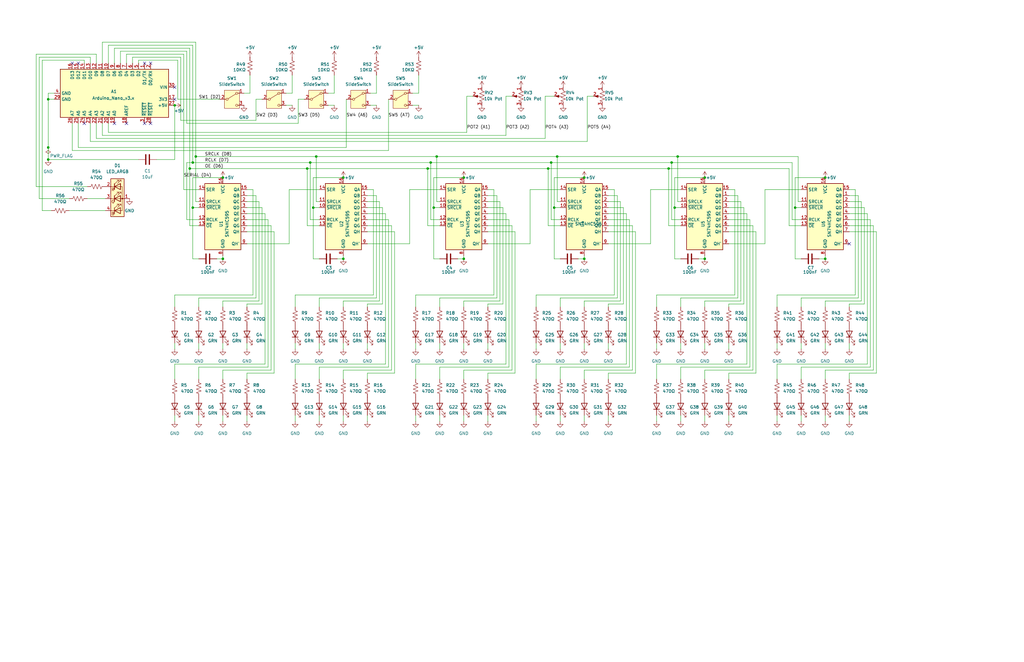
<source format=kicad_sch>
(kicad_sch (version 20250114) (generator "eeschema") (generator_version "9.0")
  (paper "User" 431.8 279.4)
  (junction (at 133.35 66.04))
  (junction (at 184.15 66.04))
  (junction (at 93.98 109.22))
  (junction (at 195.58 109.22))
  (junction (at 20.32 67.31))
  (junction (at 81.28 87.63))
  (junction (at 297.18 74.93))
  (junction (at 246.38 109.22))
  (junction (at 144.78 74.93))
  (junction (at 283.21 68.58))
  (junction (at 231.14 71.12))
  (junction (at 233.68 87.63))
  (junction (at 82.55 66.04))
  (junction (at 182.88 87.63))
  (junction (at 246.38 74.93))
  (junction (at 20.32 41.91))
  (junction (at 132.08 87.63))
  (junction (at 181.61 68.58))
  (junction (at 285.75 66.04))
  (junction (at 93.98 74.93))
  (junction (at 20.32 62.23))
  (junction (at 80.01 71.12))
  (junction (at 234.95 66.04))
  (junction (at 297.18 109.22))
  (junction (at 81.28 68.58))
  (junction (at 129.54 71.12))
  (junction (at 232.41 68.58))
  (junction (at 144.78 109.22))
  (junction (at 335.28 87.63))
  (junction (at 195.58 74.93))
  (junction (at 347.98 74.93))
  (junction (at 130.81 68.58))
  (junction (at 180.34 71.12))
  (junction (at 347.98 109.22))
  (junction (at 281.94 71.12))
  (junction (at 73.66 44.45))
  (junction (at 284.48 87.63))
  (no_connect (at 53.34 52.07))
  (no_connect (at 73.66 41.91))
  (no_connect (at 48.26 52.07))
  (no_connect (at 358.14 102.87))
  (no_connect (at 73.66 36.83))
  (no_connect (at 60.96 52.07))
  (no_connect (at 60.96 26.67))
  (no_connect (at 63.5 26.67))
  (no_connect (at 30.48 26.67))
  (no_connect (at 33.02 26.67))
  (no_connect (at 63.5 52.07))
  (no_connect (at 35.56 52.07))
  (wire (pts (xy 162.56 153.67) (xy 124.46 153.67)))
  (wire (pts (xy 93.98 107.95) (xy 93.98 109.22)))
  (wire (pts (xy 205.74 97.79) (xy 217.17 97.79)))
  (wire (pts (xy 358.14 175.26) (xy 358.14 177.8)))
  (wire (pts (xy 195.58 156.21) (xy 215.9 156.21)))
  (wire (pts (xy 365.76 90.17) (xy 365.76 153.67)))
  (wire (pts (xy 205.74 157.48) (xy 205.74 160.02)))
  (wire (pts (xy 93.98 127) (xy 93.98 129.54)))
  (wire (pts (xy 144.78 175.26) (xy 144.78 177.8)))
  (wire (pts (xy 81.28 68.58) (xy 130.81 68.58)))
  (wire (pts (xy 81.28 74.93) (xy 81.28 87.63)))
  (wire (pts (xy 307.34 128.27) (xy 307.34 129.54)))
  (wire (pts (xy 38.1 26.67) (xy 38.1 24.13)))
  (wire (pts (xy 185.42 85.09) (xy 184.15 85.09)))
  (wire (pts (xy 121.92 80.01) (xy 134.62 80.01)))
  (wire (pts (xy 58.42 26.67) (xy 58.42 25.4)))
  (wire (pts (xy 81.28 74.93) (xy 93.98 74.93)))
  (wire (pts (xy 83.82 85.09) (xy 82.55 85.09)))
  (wire (pts (xy 236.22 95.25) (xy 231.14 95.25)))
  (wire (pts (xy 158.75 125.73) (xy 158.75 82.55)))
  (wire (pts (xy 337.82 129.54) (xy 337.82 125.73)))
  (wire (pts (xy 161.29 128.27) (xy 161.29 87.63)))
  (wire (pts (xy 172.72 80.01) (xy 185.42 80.01)))
  (wire (pts (xy 358.14 144.78) (xy 358.14 147.32)))
  (wire (pts (xy 104.14 102.87) (xy 121.92 102.87)))
  (wire (pts (xy 284.48 74.93) (xy 284.48 87.63)))
  (wire (pts (xy 105.41 31.75) (xy 105.41 39.37)))
  (wire (pts (xy 109.22 85.09) (xy 109.22 127)))
  (wire (pts (xy 287.02 125.73) (xy 311.15 125.73)))
  (wire (pts (xy 134.62 85.09) (xy 133.35 85.09)))
  (wire (pts (xy 134.62 129.54) (xy 134.62 125.73)))
  (wire (pts (xy 132.08 74.93) (xy 144.78 74.93)))
  (wire (pts (xy 93.98 175.26) (xy 93.98 177.8)))
  (wire (pts (xy 232.41 68.58) (xy 283.21 68.58)))
  (wire (pts (xy 83.82 92.71) (xy 78.74 92.71)))
  (wire (pts (xy 217.17 157.48) (xy 205.74 157.48)))
  (wire (pts (xy 144.78 127) (xy 144.78 129.54)))
  (wire (pts (xy 115.57 157.48) (xy 115.57 97.79)))
  (wire (pts (xy 327.66 124.46) (xy 327.66 129.54)))
  (wire (pts (xy 17.78 88.9) (xy 21.59 88.9)))
  (wire (pts (xy 256.54 92.71) (xy 265.43 92.71)))
  (wire (pts (xy 107.95 125.73) (xy 83.82 125.73)))
  (wire (pts (xy 45.72 55.88) (xy 196.85 55.88)))
  (wire (pts (xy 124.46 175.26) (xy 124.46 177.8)))
  (wire (pts (xy 256.54 90.17) (xy 264.16 90.17)))
  (wire (pts (xy 81.28 19.05) (xy 81.28 68.58)))
  (wire (pts (xy 337.82 125.73) (xy 361.95 125.73)))
  (wire (pts (xy 182.88 87.63) (xy 182.88 109.22)))
  (wire (pts (xy 358.14 95.25) (xy 368.3 95.25)))
  (wire (pts (xy 156.21 39.37) (xy 158.75 39.37)))
  (wire (pts (xy 104.14 157.48) (xy 115.57 157.48)))
  (wire (pts (xy 334.01 92.71) (xy 334.01 68.58)))
  (wire (pts (xy 73.66 124.46) (xy 73.66 129.54)))
  (wire (pts (xy 317.5 156.21) (xy 297.18 156.21)))
  (wire (pts (xy 104.14 144.78) (xy 104.14 147.32)))
  (wire (pts (xy 236.22 154.94) (xy 236.22 160.02)))
  (wire (pts (xy 129.54 71.12) (xy 180.34 71.12)))
  (wire (pts (xy 38.1 52.07) (xy 38.1 59.69)))
  (wire (pts (xy 281.94 71.12) (xy 332.74 71.12)))
  (wire (pts (xy 307.34 90.17) (xy 314.96 90.17)))
  (wire (pts (xy 223.52 102.87) (xy 223.52 80.01)))
  (wire (pts (xy 115.57 97.79) (xy 104.14 97.79)))
  (wire (pts (xy 318.77 157.48) (xy 318.77 97.79)))
  (wire (pts (xy 104.14 92.71) (xy 113.03 92.71)))
  (wire (pts (xy 130.81 68.58) (xy 130.81 92.71)))
  (wire (pts (xy 80.01 71.12) (xy 129.54 71.12)))
  (wire (pts (xy 172.72 102.87) (xy 172.72 80.01)))
  (wire (pts (xy 205.74 82.55) (xy 209.55 82.55)))
  (wire (pts (xy 154.94 95.25) (xy 165.1 95.25)))
  (wire (pts (xy 214.63 92.71) (xy 214.63 154.94)))
  (wire (pts (xy 281.94 71.12) (xy 281.94 95.25)))
  (wire (pts (xy 93.98 156.21) (xy 93.98 160.02)))
  (wire (pts (xy 55.88 24.13) (xy 76.2 24.13)))
  (wire (pts (xy 73.66 175.26) (xy 73.66 177.8)))
  (wire (pts (xy 185.42 95.25) (xy 180.34 95.25)))
  (wire (pts (xy 104.14 80.01) (xy 106.68 80.01)))
  (wire (pts (xy 236.22 144.78) (xy 236.22 147.32)))
  (wire (pts (xy 287.02 144.78) (xy 287.02 147.32)))
  (wire (pts (xy 50.8 26.67) (xy 50.8 21.59)))
  (wire (pts (xy 29.21 88.9) (xy 44.45 88.9)))
  (wire (pts (xy 20.32 39.37) (xy 20.32 41.91)))
  (wire (pts (xy 205.74 85.09) (xy 210.82 85.09)))
  (wire (pts (xy 185.42 125.73) (xy 185.42 129.54)))
  (wire (pts (xy 215.9 95.25) (xy 205.74 95.25)))
  (wire (pts (xy 161.29 87.63) (xy 154.94 87.63)))
  (wire (pts (xy 154.94 97.79) (xy 166.37 97.79)))
  (wire (pts (xy 132.08 74.93) (xy 132.08 87.63)))
  (wire (pts (xy 196.85 40.64) (xy 199.39 40.64)))
  (wire (pts (xy 50.8 21.59) (xy 78.74 21.59)))
  (wire (pts (xy 106.68 124.46) (xy 73.66 124.46)))
  (wire (pts (xy 160.02 85.09) (xy 160.02 127)))
  (wire (pts (xy 297.18 156.21) (xy 297.18 160.02)))
  (wire (pts (xy 74.93 41.91) (xy 92.71 41.91)))
  (wire (pts (xy 361.95 125.73) (xy 361.95 82.55)))
  (wire (pts (xy 78.74 21.59) (xy 78.74 52.07)))
  (wire (pts (xy 274.32 102.87) (xy 274.32 80.01)))
  (wire (pts (xy 363.22 127) (xy 347.98 127)))
  (wire (pts (xy 233.68 109.22) (xy 236.22 109.22)))
  (wire (pts (xy 317.5 95.25) (xy 317.5 156.21)))
  (wire (pts (xy 15.24 22.86) (xy 40.64 22.86)))
  (wire (pts (xy 267.97 157.48) (xy 256.54 157.48)))
  (wire (pts (xy 53.34 22.86) (xy 53.34 26.67)))
  (wire (pts (xy 260.35 82.55) (xy 260.35 125.73)))
  (wire (pts (xy 246.38 160.02) (xy 246.38 156.21)))
  (wire (pts (xy 175.26 153.67) (xy 175.26 160.02)))
  (wire (pts (xy 20.32 62.23) (xy 20.32 67.31)))
  (wire (pts (xy 163.83 41.91) (xy 163.83 63.5)))
  (wire (pts (xy 184.15 66.04) (xy 234.95 66.04)))
  (wire (pts (xy 266.7 156.21) (xy 266.7 95.25)))
  (wire (pts (xy 144.78 109.22) (xy 144.78 107.95)))
  (wire (pts (xy 283.21 68.58) (xy 334.01 68.58)))
  (wire (pts (xy 124.46 124.46) (xy 124.46 129.54)))
  (wire (pts (xy 45.72 26.67) (xy 45.72 19.05)))
  (wire (pts (xy 66.04 67.31) (xy 73.66 67.31)))
  (wire (pts (xy 40.64 52.07) (xy 40.64 58.42)))
  (wire (pts (xy 102.87 39.37) (xy 105.41 39.37)))
  (wire (pts (xy 213.36 40.64) (xy 215.9 40.64)))
  (wire (pts (xy 185.42 144.78) (xy 185.42 147.32)))
  (wire (pts (xy 133.35 66.04) (xy 184.15 66.04)))
  (wire (pts (xy 36.83 78.74) (xy 15.24 78.74)))
  (wire (pts (xy 156.21 44.45) (xy 158.75 44.45)))
  (wire (pts (xy 111.76 153.67) (xy 73.66 153.67)))
  (wire (pts (xy 110.49 128.27) (xy 104.14 128.27)))
  (wire (pts (xy 213.36 40.64) (xy 213.36 57.15)))
  (wire (pts (xy 121.92 102.87) (xy 121.92 80.01)))
  (wire (pts (xy 364.49 87.63) (xy 358.14 87.63)))
  (wire (pts (xy 307.34 157.48) (xy 318.77 157.48)))
  (wire (pts (xy 327.66 175.26) (xy 327.66 177.8)))
  (wire (pts (xy 337.82 144.78) (xy 337.82 147.32)))
  (wire (pts (xy 335.28 74.93) (xy 335.28 87.63)))
  (wire (pts (xy 154.94 128.27) (xy 161.29 128.27)))
  (wire (pts (xy 158.75 82.55) (xy 154.94 82.55)))
  (wire (pts (xy 256.54 128.27) (xy 256.54 129.54)))
  (wire (pts (xy 256.54 97.79) (xy 267.97 97.79)))
  (wire (pts (xy 250.19 40.64) (xy 247.65 40.64)))
  (wire (pts (xy 83.82 175.26) (xy 83.82 177.8)))
  (wire (pts (xy 358.14 90.17) (xy 365.76 90.17)))
  (wire (pts (xy 307.34 160.02) (xy 307.34 157.48)))
  (wire (pts (xy 294.64 109.22) (xy 297.18 109.22)))
  (wire (pts (xy 313.69 87.63) (xy 307.34 87.63)))
  (wire (pts (xy 311.15 125.73) (xy 311.15 82.55)))
  (wire (pts (xy 265.43 154.94) (xy 236.22 154.94)))
  (wire (pts (xy 256.54 144.78) (xy 256.54 147.32)))
  (wire (pts (xy 307.34 95.25) (xy 317.5 95.25)))
  (wire (pts (xy 36.83 83.82) (xy 44.45 83.82)))
  (wire (pts (xy 146.05 41.91) (xy 146.05 62.23)))
  (wire (pts (xy 125.73 41.91) (xy 128.27 41.91)))
  (wire (pts (xy 285.75 66.04) (xy 336.55 66.04)))
  (wire (pts (xy 35.56 26.67) (xy 35.56 25.4)))
  (wire (pts (xy 113.03 92.71) (xy 113.03 154.94)))
  (wire (pts (xy 125.73 41.91) (xy 125.73 52.07)))
  (wire (pts (xy 262.89 87.63) (xy 262.89 128.27)))
  (wire (pts (xy 43.18 57.15) (xy 213.36 57.15)))
  (wire (pts (xy 234.95 66.04) (xy 285.75 66.04)))
  (wire (pts (xy 265.43 92.71) (xy 265.43 154.94)))
  (wire (pts (xy 358.14 128.27) (xy 364.49 128.27)))
  (wire (pts (xy 259.08 124.46) (xy 259.08 80.01)))
  (wire (pts (xy 181.61 68.58) (xy 181.61 92.71)))
  (wire (pts (xy 369.57 157.48) (xy 369.57 97.79)))
  (wire (pts (xy 256.54 102.87) (xy 274.32 102.87)))
  (wire (pts (xy 266.7 95.25) (xy 256.54 95.25)))
  (wire (pts (xy 180.34 71.12) (xy 180.34 95.25)))
  (wire (pts (xy 229.87 40.64) (xy 229.87 58.42)))
  (wire (pts (xy 157.48 80.01) (xy 157.48 124.46)))
  (wire (pts (xy 261.62 127) (xy 261.62 85.09)))
  (wire (pts (xy 287.02 160.02) (xy 287.02 154.94)))
  (wire (pts (xy 274.32 80.01) (xy 287.02 80.01)))
  (wire (pts (xy 114.3 156.21) (xy 93.98 156.21)))
  (wire (pts (xy 166.37 97.79) (xy 166.37 157.48)))
  (wire (pts (xy 287.02 85.09) (xy 285.75 85.09)))
  (wire (pts (xy 134.62 175.26) (xy 134.62 177.8)))
  (wire (pts (xy 81.28 109.22) (xy 83.82 109.22)))
  (wire (pts (xy 163.83 92.71) (xy 154.94 92.71)))
  (wire (pts (xy 80.01 20.32) (xy 80.01 71.12)))
  (wire (pts (xy 226.06 144.78) (xy 226.06 147.32)))
  (wire (pts (xy 80.01 71.12) (xy 80.01 95.25)))
  (wire (pts (xy 175.26 144.78) (xy 175.26 147.32)))
  (wire (pts (xy 205.74 90.17) (xy 213.36 90.17)))
  (wire (pts (xy 104.14 85.09) (xy 109.22 85.09)))
  (wire (pts (xy 205.74 128.27) (xy 212.09 128.27)))
  (wire (pts (xy 193.04 109.22) (xy 195.58 109.22)))
  (wire (pts (xy 104.14 95.25) (xy 114.3 95.25)))
  (wire (pts (xy 182.88 87.63) (xy 185.42 87.63)))
  (wire (pts (xy 307.34 85.09) (xy 312.42 85.09)))
  (wire (pts (xy 246.38 129.54) (xy 246.38 127)))
  (wire (pts (xy 205.74 80.01) (xy 208.28 80.01)))
  (wire (pts (xy 205.74 144.78) (xy 205.74 147.32)))
  (wire (pts (xy 107.95 82.55) (xy 107.95 125.73)))
  (wire (pts (xy 309.88 124.46) (xy 276.86 124.46)))
  (wire (pts (xy 74.93 25.4) (xy 74.93 41.91)))
  (wire (pts (xy 287.02 129.54) (xy 287.02 125.73)))
  (wire (pts (xy 335.28 109.22) (xy 337.82 109.22)))
  (wire (pts (xy 358.14 80.01) (xy 360.68 80.01)))
  (wire (pts (xy 256.54 82.55) (xy 260.35 82.55)))
  (wire (pts (xy 360.68 80.01) (xy 360.68 124.46)))
  (wire (pts (xy 133.35 66.04) (xy 133.35 85.09)))
  (wire (pts (xy 307.34 144.78) (xy 307.34 147.32)))
  (wire (pts (xy 322.58 102.87) (xy 322.58 80.01)))
  (wire (pts (xy 82.55 66.04) (xy 133.35 66.04)))
  (wire (pts (xy 335.28 74.93) (xy 347.98 74.93)))
  (wire (pts (xy 358.14 85.09) (xy 363.22 85.09)))
  (wire (pts (xy 134.62 92.71) (xy 130.81 92.71)))
  (wire (pts (xy 205.74 128.27) (xy 205.74 129.54)))
  (wire (pts (xy 132.08 109.22) (xy 134.62 109.22)))
  (wire (pts (xy 154.94 90.17) (xy 162.56 90.17)))
  (wire (pts (xy 158.75 31.75) (xy 158.75 39.37)))
  (wire (pts (xy 246.38 156.21) (xy 266.7 156.21)))
  (wire (pts (xy 175.26 175.26) (xy 175.26 177.8)))
  (wire (pts (xy 297.18 109.22) (xy 297.18 107.95)))
  (wire (pts (xy 77.47 22.86) (xy 77.47 80.01)))
  (wire (pts (xy 33.02 52.07) (xy 33.02 62.23)))
  (wire (pts (xy 182.88 74.93) (xy 195.58 74.93)))
  (wire (pts (xy 30.48 63.5) (xy 163.83 63.5)))
  (wire (pts (xy 73.66 44.45) (xy 73.66 67.31)))
  (wire (pts (xy 104.14 90.17) (xy 111.76 90.17)))
  (wire (pts (xy 154.94 175.26) (xy 154.94 177.8)))
  (wire (pts (xy 205.74 175.26) (xy 205.74 177.8)))
  (wire (pts (xy 48.26 26.67) (xy 48.26 20.32)))
  (wire (pts (xy 195.58 175.26) (xy 195.58 177.8)))
  (wire (pts (xy 234.95 66.04) (xy 234.95 85.09)))
  (wire (pts (xy 45.72 19.05) (xy 81.28 19.05)))
  (wire (pts (xy 336.55 85.09) (xy 336.55 66.04)))
  (wire (pts (xy 236.22 92.71) (xy 232.41 92.71)))
  (wire (pts (xy 335.28 87.63) (xy 337.82 87.63)))
  (wire (pts (xy 337.82 95.25) (xy 332.74 95.25)))
  (wire (pts (xy 276.86 153.67) (xy 276.86 160.02)))
  (wire (pts (xy 77.47 80.01) (xy 83.82 80.01)))
  (wire (pts (xy 76.2 50.8) (xy 107.95 50.8)))
  (wire (pts (xy 233.68 74.93) (xy 233.68 87.63)))
  (wire (pts (xy 144.78 156.21) (xy 144.78 160.02)))
  (wire (pts (xy 262.89 128.27) (xy 256.54 128.27)))
  (wire (pts (xy 327.66 153.67) (xy 327.66 160.02)))
  (wire (pts (xy 182.88 109.22) (xy 185.42 109.22)))
  (wire (pts (xy 33.02 62.23) (xy 146.05 62.23)))
  (wire (pts (xy 55.88 26.67) (xy 55.88 24.13)))
  (wire (pts (xy 214.63 154.94) (xy 185.42 154.94)))
  (wire (pts (xy 120.65 44.45) (xy 123.19 44.45)))
  (wire (pts (xy 83.82 144.78) (xy 83.82 147.32)))
  (wire (pts (xy 40.64 22.86) (xy 40.64 26.67)))
  (wire (pts (xy 184.15 66.04) (xy 184.15 85.09)))
  (wire (pts (xy 134.62 125.73) (xy 158.75 125.73)))
  (wire (pts (xy 358.14 82.55) (xy 361.95 82.55)))
  (wire (pts (xy 205.74 92.71) (xy 214.63 92.71)))
  (wire (pts (xy 332.74 95.25) (xy 332.74 71.12)))
  (wire (pts (xy 107.95 41.91) (xy 107.95 50.8)))
  (wire (pts (xy 113.03 154.94) (xy 83.82 154.94)))
  (wire (pts (xy 43.18 17.78) (xy 82.55 17.78)))
  (wire (pts (xy 142.24 109.22) (xy 144.78 109.22)))
  (wire (pts (xy 226.06 124.46) (xy 259.08 124.46)))
  (wire (pts (xy 104.14 128.27) (xy 104.14 129.54)))
  (wire (pts (xy 176.53 39.37) (xy 173.99 39.37)))
  (wire (pts (xy 176.53 31.75) (xy 176.53 39.37)))
  (wire (pts (xy 20.32 41.91) (xy 20.32 62.23)))
  (wire (pts (xy 243.84 109.22) (xy 246.38 109.22)))
  (wire (pts (xy 210.82 127) (xy 195.58 127)))
  (wire (pts (xy 138.43 44.45) (xy 140.97 44.45)))
  (wire (pts (xy 181.61 68.58) (xy 232.41 68.58)))
  (wire (pts (xy 236.22 85.09) (xy 234.95 85.09)))
  (wire (pts (xy 367.03 92.71) (xy 358.14 92.71)))
  (wire (pts (xy 327.66 144.78) (xy 327.66 147.32)))
  (wire (pts (xy 276.86 144.78) (xy 276.86 147.32)))
  (wire (pts (xy 284.48 109.22) (xy 287.02 109.22)))
  (wire (pts (xy 132.08 87.63) (xy 132.08 109.22)))
  (wire (pts (xy 313.69 128.27) (xy 313.69 87.63)))
  (wire (pts (xy 337.82 154.94) (xy 367.03 154.94)))
  (wire (pts (xy 20.32 41.91) (xy 22.86 41.91)))
  (wire (pts (xy 233.68 40.64) (xy 229.87 40.64)))
  (wire (pts (xy 367.03 154.94) (xy 367.03 92.71)))
  (wire (pts (xy 185.42 154.94) (xy 185.42 160.02)))
  (wire (pts (xy 345.44 109.22) (xy 347.98 109.22)))
  (wire (pts (xy 82.55 66.04) (xy 82.55 85.09)))
  (wire (pts (xy 15.24 78.74) (xy 15.24 22.86)))
  (wire (pts (xy 285.75 66.04) (xy 285.75 85.09)))
  (wire (pts (xy 312.42 85.09) (xy 312.42 127)))
  (wire (pts (xy 256.54 175.26) (xy 256.54 177.8)))
  (wire (pts (xy 287.02 154.94) (xy 316.23 154.94)))
  (wire (pts (xy 223.52 80.01) (xy 236.22 80.01)))
  (wire (pts (xy 120.65 39.37) (xy 123.19 39.37)))
  (wire (pts (xy 307.34 80.01) (xy 309.88 80.01)))
  (wire (pts (xy 83.82 125.73) (xy 83.82 129.54)))
  (wire (pts (xy 78.74 52.07) (xy 125.73 52.07)))
  (wire (pts (xy 256.54 157.48) (xy 256.54 160.02)))
  (wire (pts (xy 358.14 128.27) (xy 358.14 129.54)))
  (wire (pts (xy 316.23 92.71) (xy 307.34 92.71)))
  (wire (pts (xy 335.28 87.63) (xy 335.28 109.22)))
  (wire (pts (xy 368.3 156.21) (xy 347.98 156.21)))
  (wire (pts (xy 217.17 97.79) (xy 217.17 157.48)))
  (wire (pts (xy 233.68 87.63) (xy 233.68 109.22)))
  (wire (pts (xy 307.34 97.79) (xy 318.77 97.79)))
  (wire (pts (xy 43.18 26.67) (xy 43.18 17.78)))
  (wire (pts (xy 162.56 90.17) (xy 162.56 153.67)))
  (wire (pts (xy 35.56 25.4) (xy 17.78 25.4)))
  (wire (pts (xy 166.37 157.48) (xy 154.94 157.48)))
  (wire (pts (xy 109.22 127) (xy 93.98 127)))
  (wire (pts (xy 80.01 95.25) (xy 83.82 95.25)))
  (wire (pts (xy 212.09 128.27) (xy 212.09 87.63)))
  (wire (pts (xy 138.43 39.37) (xy 140.97 39.37)))
  (wire (pts (xy 93.98 144.78) (xy 93.98 147.32)))
  (wire (pts (xy 347.98 127) (xy 347.98 129.54)))
  (wire (pts (xy 53.34 22.86) (xy 77.47 22.86)))
  (wire (pts (xy 247.65 40.64) (xy 247.65 59.69)))
  (wire (pts (xy 91.44 109.22) (xy 93.98 109.22)))
  (wire (pts (xy 40.64 58.42) (xy 229.87 58.42)))
  (wire (pts (xy 104.14 87.63) (xy 110.49 87.63)))
  (wire (pts (xy 129.54 71.12) (xy 129.54 95.25)))
  (wire (pts (xy 38.1 24.13) (xy 16.51 24.13)))
  (wire (pts (xy 337.82 85.09) (xy 336.55 85.09)))
  (wire (pts (xy 134.62 87.63) (xy 132.08 87.63)))
  (wire (pts (xy 363.22 85.09) (xy 363.22 127)))
  (wire (pts (xy 38.1 59.69) (xy 247.65 59.69)))
  (wire (pts (xy 154.94 157.48) (xy 154.94 160.02)))
  (wire (pts (xy 106.68 80.01) (xy 106.68 124.46)))
  (wire (pts (xy 337.82 92.71) (xy 334.01 92.71)))
  (wire (pts (xy 195.58 127) (xy 195.58 129.54)))
  (wire (pts (xy 209.55 82.55) (xy 209.55 125.73)))
  (wire (pts (xy 264.16 90.17) (xy 264.16 153.67)))
  (wire (pts (xy 259.08 80.01) (xy 256.54 80.01)))
  (wire (pts (xy 246.38 144.78) (xy 246.38 147.32)))
  (wire (pts (xy 81.28 87.63) (xy 81.28 109.22)))
  (wire (pts (xy 195.58 160.02) (xy 195.58 156.21)))
  (wire (pts (xy 73.66 144.78) (xy 73.66 147.32)))
  (wire (pts (xy 287.02 95.25) (xy 281.94 95.25)))
  (wire (pts (xy 264.16 153.67) (xy 226.06 153.67)))
  (wire (pts (xy 364.49 128.27) (xy 364.49 87.63)))
  (wire (pts (xy 267.97 97.79) (xy 267.97 157.48)))
  (wire (pts (xy 45.72 52.07) (xy 45.72 55.88)))
  (wire (pts (xy 165.1 95.25) (xy 165.1 156.21)))
  (wire (pts (xy 154.94 80.01) (xy 157.48 80.01)))
  (wire (pts (xy 347.98 109.22) (xy 347.98 107.95)))
  (wire (pts (xy 185.42 92.71) (xy 181.61 92.71)))
  (wire (pts (xy 124.46 144.78) (xy 124.46 147.32)))
  (wire (pts (xy 358.14 97.79) (xy 369.57 97.79)))
  (wire (pts (xy 78.74 68.58) (xy 78.74 92.71)))
  (wire (pts (xy 233.68 74.93) (xy 246.38 74.93)))
  (wire (pts (xy 154.94 128.27) (xy 154.94 129.54)))
  (wire (pts (xy 134.62 160.02) (xy 134.62 154.94)))
  (wire (pts (xy 284.48 87.63) (xy 284.48 109.22)))
  (wire (pts (xy 83.82 154.94) (xy 83.82 160.02)))
  (wire (pts (xy 110.49 41.91) (xy 107.95 41.91)))
  (wire (pts (xy 195.58 109.22) (xy 195.58 107.95)))
  (wire (pts (xy 226.06 153.67) (xy 226.06 160.02)))
  (wire (pts (xy 130.81 68.58) (xy 181.61 68.58)))
  (wire (pts (xy 297.18 175.26) (xy 297.18 177.8)))
  (wire (pts (xy 17.78 25.4) (xy 17.78 88.9)))
  (wire (pts (xy 124.46 153.67) (xy 124.46 160.02)))
  (wire (pts (xy 213.36 90.17) (xy 213.36 153.67)))
  (wire (pts (xy 311.15 82.55) (xy 307.34 82.55)))
  (wire (pts (xy 16.51 24.13) (xy 16.51 83.82)))
  (wire (pts (xy 337.82 154.94) (xy 337.82 160.02)))
  (wire (pts (xy 314.96 153.67) (xy 276.86 153.67)))
  (wire (pts (xy 185.42 175.26) (xy 185.42 177.8)))
  (wire (pts (xy 180.34 71.12) (xy 231.14 71.12)))
  (wire (pts (xy 16.51 83.82) (xy 29.21 83.82)))
  (wire (pts (xy 73.66 153.67) (xy 73.66 160.02)))
  (wire (pts (xy 256.54 87.63) (xy 262.89 87.63)))
  (wire (pts (xy 347.98 144.78) (xy 347.98 147.32)))
  (wire (pts (xy 175.26 124.46) (xy 175.26 129.54)))
  (wire (pts (xy 134.62 95.25) (xy 129.54 95.25)))
  (wire (pts (xy 209.55 125.73) (xy 185.42 125.73)))
  (wire (pts (xy 182.88 74.93) (xy 182.88 87.63)))
  (wire (pts (xy 176.53 44.45) (xy 173.99 44.45)))
  (wire (pts (xy 196.85 40.64) (xy 196.85 55.88)))
  (wire (pts (xy 231.14 71.12) (xy 281.94 71.12)))
  (wire (pts (xy 360.68 124.46) (xy 327.66 124.46)))
  (wire (pts (xy 358.14 160.02) (xy 358.14 157.48)))
  (wire (pts (xy 30.48 52.07) (xy 30.48 63.5)))
  (wire (pts (xy 134.62 154.94) (xy 163.83 154.94)))
  (wire (pts (xy 212.09 87.63) (xy 205.74 87.63)))
  (wire (pts (xy 43.18 52.07) (xy 43.18 57.15)))
  (wire (pts (xy 347.98 175.26) (xy 347.98 177.8)))
  (wire (pts (xy 58.42 25.4) (xy 74.93 25.4)))
  (wire (pts (xy 210.82 85.09) (xy 210.82 127)))
  (wire (pts (xy 104.14 157.48) (xy 104.14 160.02)))
  (wire (pts (xy 163.83 154.94) (xy 163.83 92.71)))
  (wire (pts (xy 337.82 175.26) (xy 337.82 177.8)))
  (wire (pts (xy 314.96 90.17) (xy 314.96 153.67)))
  (wire (pts (xy 276.86 124.46) (xy 276.86 129.54)))
  (wire (pts (xy 276.86 175.26) (xy 276.86 177.8)))
  (wire (pts (xy 284.48 74.93) (xy 297.18 74.93)))
  (wire (pts (xy 123.19 31.75) (xy 123.19 39.37)))
  (wire (pts (xy 246.38 127) (xy 261.62 127)))
  (wire (pts (xy 231.14 71.12) (xy 231.14 95.25)))
  (wire (pts (xy 111.76 90.17) (xy 111.76 153.67)))
  (wire (pts (xy 307.34 128.27) (xy 313.69 128.27)))
  (wire (pts (xy 307.34 175.26) (xy 307.34 177.8)))
  (wire (pts (xy 246.38 175.26) (xy 246.38 177.8)))
  (wire (pts (xy 124.46 124.46) (xy 157.48 124.46)))
  (wire (pts (xy 134.62 144.78) (xy 134.62 147.32)))
  (wire (pts (xy 358.14 157.48) (xy 369.57 157.48)))
  (wire (pts (xy 307.34 102.87) (xy 322.58 102.87)))
  (wire (pts (xy 260.35 125.73) (xy 236.22 125.73)))
  (wire (pts (xy 287.02 175.26) (xy 287.02 177.8)))
  (wire (pts (xy 312.42 127) (xy 297.18 127)))
  (wire (pts (xy 215.9 156.21) (xy 215.9 95.25)))
  (wire (pts (xy 154.94 102.87) (xy 172.72 102.87)))
  (wire (pts (xy 284.48 87.63) (xy 287.02 87.63)))
  (wire (pts (xy 309.88 80.01) (xy 309.88 124.46)))
  (wire (pts (xy 261.62 85.09) (xy 256.54 85.09)))
  (wire (pts (xy 160.02 127) (xy 144.78 127)))
  (wire (pts (xy 322.58 80.01) (xy 337.82 80.01)))
  (wire (pts (xy 104.14 82.55) (xy 107.95 82.55)))
  (wire (pts (xy 140.97 31.75) (xy 140.97 39.37)))
  (wire (pts (xy 287.02 92.71) (xy 283.21 92.71)))
  (wire (pts (xy 208.28 124.46) (xy 175.26 124.46)))
  (wire (pts (xy 365.76 153.67) (xy 327.66 153.67)))
  (wire (pts (xy 233.68 87.63) (xy 236.22 87.63)))
  (wire (pts (xy 246.38 109.22) (xy 246.38 107.95)))
  (wire (pts (xy 347.98 156.21) (xy 347.98 160.02)))
  (wire (pts (xy 208.28 80.01) (xy 208.28 124.46)))
  (wire (pts (xy 154.94 85.09) (xy 160.02 85.09)))
  (wire (pts (xy 20.32 67.31) (xy 58.42 67.31)))
  (wire (pts (xy 81.28 87.63) (xy 83.82 87.63)))
  (wire (pts (xy 82.55 17.78) (xy 82.55 66.04)))
  (wire (pts (xy 76.2 24.13) (xy 76.2 50.8)))
  (wire (pts (xy 283.21 68.58) (xy 283.21 92.71)))
  (wire (pts (xy 226.06 175.26) (xy 226.06 177.8)))
  (wire (pts (xy 316.23 154.94) (xy 316.23 92.71)))
  (wire (pts (xy 195.58 144.78) (xy 195.58 147.32)))
  (wire (pts (xy 226.06 129.54) (xy 226.06 124.46)))
  (wire (pts (xy 368.3 95.25) (xy 368.3 156.21)))
  (wire (pts (xy 297.18 144.78) (xy 297.18 147.32)))
  (wire (pts (xy 232.41 68.58) (xy 232.41 92.71)))
  (wire (pts (xy 22.86 39.37) (xy 20.32 39.37)))
  (wire (pts (xy 213.36 153.67) (xy 175.26 153.67)))
  (wire (pts (xy 78.74 68.58) (xy 81.28 68.58)))
  (wire (pts (xy 144.78 144.78) (xy 144.78 147.32)))
  (wire (pts (xy 114.3 95.25) (xy 114.3 156.21)))
  (wire (pts (xy 104.14 175.26) (xy 104.14 177.8)))
  (wire (pts (xy 48.26 20.32) (xy 80.01 20.32)))
  (wire (pts (xy 236.22 125.73) (xy 236.22 129.54)))
  (wire (pts (xy 205.74 102.87) (xy 223.52 102.87)))
  (wire (pts (xy 236.22 175.26) (xy 236.22 177.8)))
  (wire (pts (xy 110.49 87.63) (xy 110.49 128.27)))
  (wire (pts (xy 297.18 127) (xy 297.18 129.54)))
  (wire (pts (xy 165.1 156.21) (xy 144.78 156.21)))
  (wire (pts (xy 154.94 144.78) (xy 154.94 147.32)))
  (label "SW3 (D5)" (at 125.73 49.53 0))
  (label "RCLK (D7)" (at 86.36 68.58 0))
  (label "SW5 (A7)" (at 163.83 49.53 0))
  (label "SW1 (D2)" (at 83.82 41.91 0))
  (label "POT2 (A1)" (at 196.85 54.61 0))
  (label "POT4 (A3)" (at 229.87 54.61 0))
  (label "OE (D6)" (at 86.36 71.12 0))
  (label "SW2 (D3)" (at 107.95 49.53 0))
  (label "SERIAL (D4)" (at 77.47 74.93 0))
  (label "POT5 (A4)" (at 247.65 54.61 0))
  (label "SW4 (A6)" (at 146.05 49.53 0))
  (label "SRCLK (D8)" (at 86.36 66.04 0))
  (label "POT3 (A2)" (at 213.36 54.61 0))
  (symbol (lib_id "bronto_symbols:GRN") (at 205.74 142.24 0) (unit 1)
    (property "Reference" "G20" (at 209.55 141.2874 0) (effects (justify left)))
    (property "Value" "GRN" (at 209.55 143.8274 0) (effects (justify left)))
    (property "Footprint" "LED_THT:LED_D5.0mm_Clear" (effects (hide yes)))
    (property "Description" "Light emitting diode" (effects (hide yes)))
    (property "Sim.Pins" "1=K 2=A" (effects (hide yes)))
  )
  (symbol (lib_id "power:GND") (at 297.18 177.8 0) (unit 1)
    (property "Reference" "#PWR055" (effects (hide yes)))
    (property "Value" "GND" (at 297.18 182.88 0))
    (property "Description" "Power symbol creates a global label with name \"GND\" , ground" (effects (hide yes)))
  )
  (symbol (lib_id "bronto_symbols:SlideSwitch") (at 97.79 41.91 0) (unit 1)
    (property "Reference" "SW1" (at 97.79 33.02 0))
    (property "Value" "SlideSwitch" (at 97.79 35.56 0))
    (property "Footprint" "jdlib:SlideSwitch3Pin" (effects (hide yes)))
    (property "Description" "Switch, single pole double throw" (effects (hide yes)))
  )
  (symbol (lib_id "bronto_symbols:Arduino_Nano_v3.x") (at 48.26 39.37 270) (unit 1)
    (property "Reference" "A1" (at 46.736 38.608 90) (effects (justify left)))
    (property "Value" "Arduino_Nano_v3.x" (at 38.862 41.402 90) (effects (justify left)))
    (property "Footprint" "jdlib:Arduino_Nano" (effects (hide yes)))
    (property "Datasheet" "http://www.mouser.com/pdfdocs/Gravitech_Arduino_Nano3_0.pdf" (effects (hide yes)))
    (property "Description" "Arduino Nano v3.x" (effects (hide yes)))
  )
  (symbol (lib_id "bronto_symbols:GRN") (at 246.38 172.72 0) (unit 1)
    (property "Reference" "G31" (at 250.19 171.7674 0) (effects (justify left)))
    (property "Value" "GRN" (at 250.19 174.3074 0) (effects (justify left)))
    (property "Footprint" "LED_THT:LED_D5.0mm_Clear" (effects (hide yes)))
    (property "Description" "Light emitting diode" (effects (hide yes)))
    (property "Sim.Pins" "1=K 2=A" (effects (hide yes)))
  )
  (symbol (lib_id "bronto_symbols:GRN") (at 104.14 142.24 0) (unit 1)
    (property "Reference" "G4" (at 107.95 141.2874 0) (effects (justify left)))
    (property "Value" "GRN" (at 107.95 143.8274 0) (effects (justify left)))
    (property "Footprint" "LED_THT:LED_D5.0mm_Clear" (effects (hide yes)))
    (property "Description" "Light emitting diode" (effects (hide yes)))
    (property "Sim.Pins" "1=K 2=A" (effects (hide yes)))
  )
  (symbol (lib_id "bronto_symbols:GRN") (at 124.46 142.24 0) (unit 1)
    (property "Reference" "G9" (at 128.27 141.2874 0) (effects (justify left)))
    (property "Value" "GRN" (at 128.27 143.8274 0) (effects (justify left)))
    (property "Footprint" "LED_THT:LED_D5.0mm_Clear" (effects (hide yes)))
    (property "Description" "Light emitting diode" (effects (hide yes)))
    (property "Sim.Pins" "1=K 2=A" (effects (hide yes)))
  )
  (symbol (lib_id "power:GND") (at 175.26 177.8 0) (unit 1)
    (property "Reference" "#PWR038" (effects (hide yes)))
    (property "Value" "GND" (at 175.26 182.88 0))
    (property "Description" "Power symbol creates a global label with name \"GND\" , ground" (effects (hide yes)))
  )
  (symbol (lib_id "bronto_symbols:GRN") (at 347.98 142.24 0) (unit 1)
    (property "Reference" "G43" (at 351.79 141.2874 0) (effects (justify left)))
    (property "Value" "GRN" (at 351.79 143.8274 0) (effects (justify left)))
    (property "Footprint" "LED_THT:LED_D5.0mm_Clear" (effects (hide yes)))
    (property "Description" "Light emitting diode" (effects (hide yes)))
    (property "Sim.Pins" "1=K 2=A" (effects (hide yes)))
  )
  (symbol (lib_id "power:GND") (at 195.58 109.22 0) (unit 1)
    (property "Reference" "#PWR05" (effects (hide yes)))
    (property "Value" "GND" (at 195.58 114.3 0))
    (property "Description" "Power symbol creates a global label with name \"GND\" , ground" (effects (hide yes)))
  )
  (symbol (lib_id "power:PWR_FLAG") (at 20.32 62.23 180) (unit 1)
    (property "Reference" "#FLG01" (effects (hide yes)))
    (property "Value" "PWR_FLAG" (at 25.908 65.786 0))
    (property "Description" "Special symbol for telling ERC where power comes from" (effects (hide yes)))
  )
  (symbol (lib_id "bronto_symbols:470Ω") (at 134.62 163.83 0) (unit 1)
    (property "Reference" "R14" (at 137.16 162.5599 0) (effects (justify left)))
    (property "Value" "470Ω" (at 137.16 165.0999 0) (effects (justify left)))
    (property "Footprint" "Resistor_THT:R_Axial_DIN0204_L3.6mm_D1.6mm_P7.62mm_Horizontal" (effects (hide yes)))
    (property "Description" "Resistor, US symbol" (effects (hide yes)))
  )
  (symbol (lib_id "power:GND") (at 236.22 147.32 0) (unit 1)
    (property "Reference" "#PWR044" (effects (hide yes)))
    (property "Value" "GND" (at 236.22 152.4 0))
    (property "Description" "Power symbol creates a global label with name \"GND\" , ground" (effects (hide yes)))
  )
  (symbol (lib_id "power:GND") (at 358.14 147.32 0) (unit 1)
    (property "Reference" "#PWR061" (effects (hide yes)))
    (property "Value" "GND" (at 358.14 152.4 0))
    (property "Description" "Power symbol creates a global label with name \"GND\" , ground" (effects (hide yes)))
  )
  (symbol (lib_id "power:GND") (at 54.61 83.82 0) (unit 1)
    (property "Reference" "#PWR019" (effects (hide yes)))
    (property "Value" "GND" (at 54.61 88.9 0))
    (property "Description" "Power symbol creates a global label with name \"GND\" , ground" (effects (hide yes)))
  )
  (symbol (lib_id "bronto_symbols:SN74HC595") (at 347.98 90.17 0) (unit 1)
    (property "Reference" "U6" (at 347.218 94.488 90))
    (property "Value" "SN74HC595" (at 349.758 94.488 90))
    (property "Footprint" "jdlib:74HC595_7.62mm" (effects (hide yes)))
    (property "Datasheet" "http://www.ti.com/lit/ds/symlink/sn74hc595.pdf" (effects (hide yes)))
    (property "Description" "8-bit serial in/out Shift Register 3-State Outputs" (effects (hide yes)))
  )
  (symbol (lib_id "bronto_symbols:GRN") (at 358.14 172.72 0) (unit 1)
    (property "Reference" "G48" (at 361.95 171.7674 0) (effects (justify left)))
    (property "Value" "GRN" (at 361.95 174.3074 0) (effects (justify left)))
    (property "Footprint" "LED_THT:LED_D5.0mm_Clear" (effects (hide yes)))
    (property "Description" "Light emitting diode" (effects (hide yes)))
    (property "Sim.Pins" "1=K 2=A" (effects (hide yes)))
  )
  (symbol (lib_id "power:GND") (at 256.54 177.8 0) (unit 1)
    (property "Reference" "#PWR047" (effects (hide yes)))
    (property "Value" "GND" (at 256.54 182.88 0))
    (property "Description" "Power symbol creates a global label with name \"GND\" , ground" (effects (hide yes)))
  )
  (symbol (lib_id "bronto_symbols:GRN") (at 134.62 142.24 0) (unit 1)
    (property "Reference" "G10" (at 138.43 141.2874 0) (effects (justify left)))
    (property "Value" "GRN" (at 138.43 143.8274 0) (effects (justify left)))
    (property "Footprint" "LED_THT:LED_D5.0mm_Clear" (effects (hide yes)))
    (property "Description" "Light emitting diode" (effects (hide yes)))
    (property "Sim.Pins" "1=K 2=A" (effects (hide yes)))
  )
  (symbol (lib_id "bronto_symbols:470Ω") (at 185.42 133.35 0) (unit 1)
    (property "Reference" "R18" (at 187.96 132.0799 0) (effects (justify left)))
    (property "Value" "470Ω" (at 187.96 134.6199 0) (effects (justify left)))
    (property "Footprint" "Resistor_THT:R_Axial_DIN0204_L3.6mm_D1.6mm_P7.62mm_Horizontal" (effects (hide yes)))
    (property "Description" "Resistor, US symbol" (effects (hide yes)))
  )
  (symbol (lib_id "power:GND") (at 176.53 44.45 0) (unit 1)
    (property "Reference" "#PWR013" (effects (hide yes)))
    (property "Value" "GND" (at 176.53 49.53 0))
    (property "Description" "Power symbol creates a global label with name \"GND\" , ground" (effects (hide yes)))
  )
  (symbol (lib_id "bronto_symbols:GRN") (at 287.02 142.24 0) (unit 1)
    (property "Reference" "G34" (at 290.83 141.2874 0) (effects (justify left)))
    (property "Value" "GRN" (at 290.83 143.8274 0) (effects (justify left)))
    (property "Footprint" "LED_THT:LED_D5.0mm_Clear" (effects (hide yes)))
    (property "Description" "Light emitting diode" (effects (hide yes)))
    (property "Sim.Pins" "1=K 2=A" (effects (hide yes)))
  )
  (symbol (lib_id "power:+5V") (at 176.53 24.13 0) (unit 1)
    (property "Reference" "#PWR072" (effects (hide yes)))
    (property "Value" "+5V" (at 176.53 20.066 0))
    (property "Description" "Power symbol creates a global label with name \"+5V\"" (effects (hide yes)))
  )
  (symbol (lib_id "power:GND") (at 219.71 44.45 0) (unit 1)
    (property "Reference" "#PWR016" (effects (hide yes)))
    (property "Value" "GND" (at 219.71 49.53 0))
    (property "Description" "Power symbol creates a global label with name \"GND\" , ground" (effects (hide yes)))
  )
  (symbol (lib_id "power:GND") (at 158.75 44.45 0) (unit 1)
    (property "Reference" "#PWR012" (effects (hide yes)))
    (property "Value" "GND" (at 158.75 49.53 0))
    (property "Description" "Power symbol creates a global label with name \"GND\" , ground" (effects (hide yes)))
  )
  (symbol (lib_id "power:+5V") (at 219.71 36.83 0) (unit 1)
    (property "Reference" "#PWR075" (effects (hide yes)))
    (property "Value" "+5V" (at 219.71 32.766 0))
    (property "Description" "Power symbol creates a global label with name \"+5V\"" (effects (hide yes)))
  )
  (symbol (lib_id "bronto_symbols:470Ω") (at 236.22 133.35 0) (unit 1)
    (property "Reference" "R26" (at 238.76 132.0799 0) (effects (justify left)))
    (property "Value" "470Ω" (at 238.76 134.6199 0) (effects (justify left)))
    (property "Footprint" "Resistor_THT:R_Axial_DIN0204_L3.6mm_D1.6mm_P7.62mm_Horizontal" (effects (hide yes)))
    (property "Description" "Resistor, US symbol" (effects (hide yes)))
  )
  (symbol (lib_id "bronto_symbols:470Ω") (at 226.06 163.83 0) (unit 1)
    (property "Reference" "R29" (at 228.6 162.5599 0) (effects (justify left)))
    (property "Value" "470Ω" (at 228.6 165.0999 0) (effects (justify left)))
    (property "Footprint" "Resistor_THT:R_Axial_DIN0204_L3.6mm_D1.6mm_P7.62mm_Horizontal" (effects (hide yes)))
    (property "Description" "Resistor, US symbol" (effects (hide yes)))
  )
  (symbol (lib_id "power:GND") (at 175.26 147.32 0) (unit 1)
    (property "Reference" "#PWR036" (effects (hide yes)))
    (property "Value" "GND" (at 175.26 152.4 0))
    (property "Description" "Power symbol creates a global label with name \"GND\" , ground" (effects (hide yes)))
  )
  (symbol (lib_id "power:GND") (at 154.94 147.32 0) (unit 1)
    (property "Reference" "#PWR029" (effects (hide yes)))
    (property "Value" "GND" (at 154.94 152.4 0))
    (property "Description" "Power symbol creates a global label with name \"GND\" , ground" (effects (hide yes)))
  )
  (symbol (lib_id "bronto_symbols:10KΩ") (at 158.75 27.94 0) (unit 1)
    (property "Reference" "R52" (at 152.908 27.178 0) (effects (justify left)))
    (property "Value" "10KΩ" (at 151.638 29.464 0) (effects (justify left)))
    (property "Footprint" "Resistor_THT:R_Axial_DIN0204_L3.6mm_D1.6mm_P7.62mm_Horizontal" (effects (hide yes)))
    (property "Description" "Resistor, US symbol" (effects (hide yes)))
  )
  (symbol (lib_id "bronto_symbols:470Ω") (at 236.22 163.83 0) (unit 1)
    (property "Reference" "R30" (at 238.76 162.5599 0) (effects (justify left)))
    (property "Value" "470Ω" (at 238.76 165.0999 0) (effects (justify left)))
    (property "Footprint" "Resistor_THT:R_Axial_DIN0204_L3.6mm_D1.6mm_P7.62mm_Horizontal" (effects (hide yes)))
    (property "Description" "Resistor, US symbol" (effects (hide yes)))
  )
  (symbol (lib_id "power:GND") (at 195.58 177.8 0) (unit 1)
    (property "Reference" "#PWR039" (effects (hide yes)))
    (property "Value" "GND" (at 195.58 182.88 0))
    (property "Description" "Power symbol creates a global label with name \"GND\" , ground" (effects (hide yes)))
  )
  (symbol (lib_id "power:+5V") (at 237.49 36.83 0) (unit 1)
    (property "Reference" "#PWR076" (effects (hide yes)))
    (property "Value" "+5V" (at 237.49 32.766 0))
    (property "Description" "Power symbol creates a global label with name \"+5V\"" (effects (hide yes)))
  )
  (symbol (lib_id "power:GND") (at 297.18 147.32 0) (unit 1)
    (property "Reference" "#PWR053" (effects (hide yes)))
    (property "Value" "GND" (at 297.18 152.4 0))
    (property "Description" "Power symbol creates a global label with name \"GND\" , ground" (effects (hide yes)))
  )
  (symbol (lib_id "power:GND") (at 73.66 177.8 0) (unit 1)
    (property "Reference" "#PWR024" (effects (hide yes)))
    (property "Value" "GND" (at 73.66 182.88 0))
    (property "Description" "Power symbol creates a global label with name \"GND\" , ground" (effects (hide yes)))
  )
  (symbol (lib_id "bronto_symbols:SlideSwitch") (at 151.13 41.91 0) (unit 1)
    (property "Reference" "SW4" (at 151.13 33.02 0))
    (property "Value" "SlideSwitch" (at 151.13 35.56 0))
    (property "Footprint" "jdlib:SlideSwitch3Pin" (effects (hide yes)))
    (property "Description" "Switch, single pole double throw" (effects (hide yes)))
  )
  (symbol (lib_id "bronto_symbols:GRN") (at 327.66 172.72 0) (unit 1)
    (property "Reference" "G45" (at 331.47 171.7674 0) (effects (justify left)))
    (property "Value" "GRN" (at 331.47 174.3074 0) (effects (justify left)))
    (property "Footprint" "LED_THT:LED_D5.0mm_Clear" (effects (hide yes)))
    (property "Description" "Light emitting diode" (effects (hide yes)))
    (property "Sim.Pins" "1=K 2=A" (effects (hide yes)))
  )
  (symbol (lib_id "bronto_symbols:10KΩ") (at 105.41 27.94 0) (unit 1)
    (property "Reference" "R49" (at 99.568 27.178 0) (effects (justify left)))
    (property "Value" "10KΩ" (at 98.298 29.464 0) (effects (justify left)))
    (property "Footprint" "Resistor_THT:R_Axial_DIN0204_L3.6mm_D1.6mm_P7.62mm_Horizontal" (effects (hide yes)))
    (property "Description" "Resistor, US symbol" (effects (hide yes)))
  )
  (symbol (lib_id "bronto_symbols:R_Potentiometer_US") (at 219.71 40.64 0) (unit 1)
    (property "Reference" "RV3" (at 224.536 39.116 0) (effects (justify right)))
    (property "Value" "10k Pot" (at 228.346 41.656 0) (effects (justify right)))
    (property "Footprint" "jdlib:pot_left" (effects (hide yes)))
    (property "Description" "Potentiometer, US symbol" (effects (hide yes)))
  )
  (symbol (lib_id "power:GND") (at 205.74 177.8 0) (unit 1)
    (property "Reference" "#PWR043" (effects (hide yes)))
    (property "Value" "GND" (at 205.74 182.88 0))
    (property "Description" "Power symbol creates a global label with name \"GND\" , ground" (effects (hide yes)))
  )
  (symbol (lib_id "bronto_symbols:100nF") (at 138.43 109.22 90) (unit 1)
    (property "Reference" "C3" (at 138.684 113.03 90))
    (property "Value" "100nF" (at 138.43 114.808 90))
    (property "Footprint" "Capacitor_THT:C_Disc_D5.0mm_W2.5mm_P5.00mm" (effects (hide yes)))
    (property "Description" "Unpolarized capacitor" (effects (hide yes)))
  )
  (symbol (lib_id "bronto_symbols:SN74HC595") (at 297.18 90.17 0) (unit 1)
    (property "Reference" "U5" (at 296.418 94.488 90))
    (property "Value" "SN74HC595" (at 298.958 94.488 90))
    (property "Footprint" "jdlib:74HC595_7.62mm" (effects (hide yes)))
    (property "Datasheet" "http://www.ti.com/lit/ds/symlink/sn74hc595.pdf" (effects (hide yes)))
    (property "Description" "8-bit serial in/out Shift Register 3-State Outputs" (effects (hide yes)))
  )
  (symbol (lib_id "bronto_symbols:SlideSwitch") (at 168.91 41.91 0) (unit 1)
    (property "Reference" "SW5" (at 168.91 33.02 0))
    (property "Value" "SlideSwitch" (at 168.91 35.56 0))
    (property "Footprint" "jdlib:SlideSwitch3Pin" (effects (hide yes)))
    (property "Description" "Switch, single pole double throw" (effects (hide yes)))
  )
  (symbol (lib_id "bronto_symbols:470Ω") (at 83.82 133.35 0) (unit 1)
    (property "Reference" "R2" (at 86.36 132.0799 0) (effects (justify left)))
    (property "Value" "470Ω" (at 86.36 134.6199 0) (effects (justify left)))
    (property "Footprint" "Resistor_THT:R_Axial_DIN0204_L3.6mm_D1.6mm_P7.62mm_Horizontal" (effects (hide yes)))
    (property "Description" "Resistor, US symbol" (effects (hide yes)))
  )
  (symbol (lib_id "bronto_symbols:GRN") (at 175.26 172.72 0) (unit 1)
    (property "Reference" "G21" (at 179.07 171.7674 0) (effects (justify left)))
    (property "Value" "GRN" (at 179.07 174.3074 0) (effects (justify left)))
    (property "Footprint" "LED_THT:LED_D5.0mm_Clear" (effects (hide yes)))
    (property "Description" "Light emitting diode" (effects (hide yes)))
    (property "Sim.Pins" "1=K 2=A" (effects (hide yes)))
  )
  (symbol (lib_id "bronto_symbols:10KΩ") (at 176.53 27.94 0) (unit 1)
    (property "Reference" "R53" (at 170.688 27.178 0) (effects (justify left)))
    (property "Value" "10KΩ" (at 169.418 29.464 0) (effects (justify left)))
    (property "Footprint" "Resistor_THT:R_Axial_DIN0204_L3.6mm_D1.6mm_P7.62mm_Horizontal" (effects (hide yes)))
    (property "Description" "Resistor, US symbol" (effects (hide yes)))
  )
  (symbol (lib_id "bronto_symbols:GRN") (at 83.82 142.24 0) (unit 1)
    (property "Reference" "G2" (at 87.63 141.2874 0) (effects (justify left)))
    (property "Value" "GRN" (at 87.63 143.8274 0) (effects (justify left)))
    (property "Footprint" "LED_THT:LED_D5.0mm_Clear" (effects (hide yes)))
    (property "Description" "Light emitting diode" (effects (hide yes)))
    (property "Sim.Pins" "1=K 2=A" (effects (hide yes)))
  )
  (symbol (lib_id "bronto_symbols:GRN") (at 93.98 142.24 0) (unit 1)
    (property "Reference" "G3" (at 97.79 141.2874 0) (effects (justify left)))
    (property "Value" "GRN" (at 97.79 143.8274 0) (effects (justify left)))
    (property "Footprint" "LED_THT:LED_D5.0mm_Clear" (effects (hide yes)))
    (property "Description" "Light emitting diode" (effects (hide yes)))
    (property "Sim.Pins" "1=K 2=A" (effects (hide yes)))
  )
  (symbol (lib_id "power:GND") (at 246.38 147.32 0) (unit 1)
    (property "Reference" "#PWR049" (effects (hide yes)))
    (property "Value" "GND" (at 246.38 152.4 0))
    (property "Description" "Power symbol creates a global label with name \"GND\" , ground" (effects (hide yes)))
  )
  (symbol (lib_id "bronto_symbols:GRN") (at 73.66 172.72 0) (unit 1)
    (property "Reference" "G5" (at 77.47 171.7674 0) (effects (justify left)))
    (property "Value" "GRN" (at 77.47 174.3074 0) (effects (justify left)))
    (property "Footprint" "LED_THT:LED_D5.0mm_Clear" (effects (hide yes)))
    (property "Description" "Light emitting diode" (effects (hide yes)))
    (property "Sim.Pins" "1=K 2=A" (effects (hide yes)))
  )
  (symbol (lib_id "bronto_symbols:470Ω") (at 93.98 163.83 0) (unit 1)
    (property "Reference" "R7" (at 96.52 162.5599 0) (effects (justify left)))
    (property "Value" "470Ω" (at 96.52 165.0999 0) (effects (justify left)))
    (property "Footprint" "Resistor_THT:R_Axial_DIN0204_L3.6mm_D1.6mm_P7.62mm_Horizontal" (effects (hide yes)))
    (property "Description" "Resistor, US symbol" (effects (hide yes)))
  )
  (symbol (lib_id "bronto_symbols:470Ω") (at 246.38 133.35 0) (unit 1)
    (property "Reference" "R27" (at 248.92 132.0799 0) (effects (justify left)))
    (property "Value" "470Ω" (at 248.92 134.6199 0) (effects (justify left)))
    (property "Footprint" "Resistor_THT:R_Axial_DIN0204_L3.6mm_D1.6mm_P7.62mm_Horizontal" (effects (hide yes)))
    (property "Description" "Resistor, US symbol" (effects (hide yes)))
  )
  (symbol (lib_id "power:+5V") (at 254 36.83 0) (unit 1)
    (property "Reference" "#PWR077" (effects (hide yes)))
    (property "Value" "+5V" (at 254 32.766 0))
    (property "Description" "Power symbol creates a global label with name \"+5V\"" (effects (hide yes)))
  )
  (symbol (lib_id "power:+5V") (at 73.66 44.45 270) (unit 1)
    (property "Reference" "#PWR01" (effects (hide yes)))
    (property "Value" "+5V" (at 73.406 46.736 90) (effects (justify left)))
    (property "Description" "Power symbol creates a global label with name \"+5V\"" (effects (hide yes)))
  )
  (symbol (lib_id "bronto_symbols:10KΩ") (at 140.97 27.94 0) (unit 1)
    (property "Reference" "R51" (at 135.128 27.178 0) (effects (justify left)))
    (property "Value" "10KΩ" (at 133.858 29.464 0) (effects (justify left)))
    (property "Footprint" "Resistor_THT:R_Axial_DIN0204_L3.6mm_D1.6mm_P7.62mm_Horizontal" (effects (hide yes)))
    (property "Description" "Resistor, US symbol" (effects (hide yes)))
  )
  (symbol (lib_id "bronto_symbols:470Ω") (at 104.14 163.83 0) (unit 1)
    (property "Reference" "R8" (at 106.68 162.5599 0) (effects (justify left)))
    (property "Value" "470Ω" (at 106.68 165.0999 0) (effects (justify left)))
    (property "Footprint" "Resistor_THT:R_Axial_DIN0204_L3.6mm_D1.6mm_P7.62mm_Horizontal" (effects (hide yes)))
    (property "Description" "Resistor, US symbol" (effects (hide yes)))
  )
  (symbol (lib_id "bronto_symbols:470Ω") (at 33.02 83.82 90) (unit 1)
    (property "Reference" "R55" (at 33.02 77.47 90))
    (property "Value" "470Ω" (at 33.02 80.01 90))
    (property "Footprint" "Resistor_THT:R_Axial_DIN0204_L3.6mm_D1.6mm_P7.62mm_Horizontal" (effects (hide yes)))
    (property "Description" "Resistor, US symbol" (effects (hide yes)))
  )
  (symbol (lib_id "power:GND") (at 123.19 44.45 0) (unit 1)
    (property "Reference" "#PWR010" (effects (hide yes)))
    (property "Value" "GND" (at 123.19 49.53 0))
    (property "Description" "Power symbol creates a global label with name \"GND\" , ground" (effects (hide yes)))
  )
  (symbol (lib_id "bronto_symbols:GRN") (at 337.82 142.24 0) (unit 1)
    (property "Reference" "G42" (at 341.63 141.2874 0) (effects (justify left)))
    (property "Value" "GRN" (at 341.63 143.8274 0) (effects (justify left)))
    (property "Footprint" "LED_THT:LED_D5.0mm_Clear" (effects (hide yes)))
    (property "Description" "Light emitting diode" (effects (hide yes)))
    (property "Sim.Pins" "1=K 2=A" (effects (hide yes)))
  )
  (symbol (lib_id "power:GND") (at 347.98 109.22 0) (unit 1)
    (property "Reference" "#PWR08" (effects (hide yes)))
    (property "Value" "GND" (at 347.98 114.3 0))
    (property "Description" "Power symbol creates a global label with name \"GND\" , ground" (effects (hide yes)))
  )
  (symbol (lib_id "bronto_symbols:GRN") (at 104.14 172.72 0) (unit 1)
    (property "Reference" "G8" (at 107.95 171.7674 0) (effects (justify left)))
    (property "Value" "GRN" (at 107.95 174.3074 0) (effects (justify left)))
    (property "Footprint" "LED_THT:LED_D5.0mm_Clear" (effects (hide yes)))
    (property "Description" "Light emitting diode" (effects (hide yes)))
    (property "Sim.Pins" "1=K 2=A" (effects (hide yes)))
  )
  (symbol (lib_id "bronto_symbols:GRN") (at 226.06 172.72 0) (unit 1)
    (property "Reference" "G29" (at 229.87 171.7674 0) (effects (justify left)))
    (property "Value" "GRN" (at 229.87 174.3074 0) (effects (justify left)))
    (property "Footprint" "LED_THT:LED_D5.0mm_Clear" (effects (hide yes)))
    (property "Description" "Light emitting diode" (effects (hide yes)))
    (property "Sim.Pins" "1=K 2=A" (effects (hide yes)))
  )
  (symbol (lib_id "bronto_symbols:GRN") (at 154.94 142.24 0) (unit 1)
    (property "Reference" "G12" (at 158.75 141.2874 0) (effects (justify left)))
    (property "Value" "GRN" (at 158.75 143.8274 0) (effects (justify left)))
    (property "Footprint" "LED_THT:LED_D5.0mm_Clear" (effects (hide yes)))
    (property "Description" "Light emitting diode" (effects (hide yes)))
    (property "Sim.Pins" "1=K 2=A" (effects (hide yes)))
  )
  (symbol (lib_id "power:+5V") (at 297.18 74.93 0) (unit 1)
    (property "Reference" "#PWR081" (effects (hide yes)))
    (property "Value" "+5V" (at 299.72 74.93 0))
    (property "Description" "Power symbol creates a global label with name \"+5V\"" (effects (hide yes)))
  )
  (symbol (lib_id "power:GND") (at 347.98 177.8 0) (unit 1)
    (property "Reference" "#PWR067" (effects (hide yes)))
    (property "Value" "GND" (at 347.98 182.88 0))
    (property "Description" "Power symbol creates a global label with name \"GND\" , ground" (effects (hide yes)))
  )
  (symbol (lib_id "bronto_symbols:470Ω") (at 347.98 133.35 0) (unit 1)
    (property "Reference" "R43" (at 350.52 132.0799 0) (effects (justify left)))
    (property "Value" "470Ω" (at 350.52 134.6199 0) (effects (justify left)))
    (property "Footprint" "Resistor_THT:R_Axial_DIN0204_L3.6mm_D1.6mm_P7.62mm_Horizontal" (effects (hide yes)))
    (property "Description" "Resistor, US symbol" (effects (hide yes)))
  )
  (symbol (lib_id "bronto_symbols:SN74HC595") (at 144.78 90.17 0) (unit 1)
    (property "Reference" "U2" (at 144.018 94.488 90))
    (property "Value" "SN74HC595" (at 146.558 94.488 90))
    (property "Footprint" "jdlib:74HC595_7.62mm" (effects (hide yes)))
    (property "Datasheet" "http://www.ti.com/lit/ds/symlink/sn74hc595.pdf" (effects (hide yes)))
    (property "Description" "8-bit serial in/out Shift Register 3-State Outputs" (effects (hide yes)))
  )
  (symbol (lib_id "power:GND") (at 307.34 147.32 0) (unit 1)
    (property "Reference" "#PWR057" (effects (hide yes)))
    (property "Value" "GND" (at 307.34 152.4 0))
    (property "Description" "Power symbol creates a global label with name \"GND\" , ground" (effects (hide yes)))
  )
  (symbol (lib_id "bronto_symbols:GRN") (at 83.82 172.72 0) (unit 1)
    (property "Reference" "G6" (at 87.63 171.7674 0) (effects (justify left)))
    (property "Value" "GRN" (at 87.63 174.3074 0) (effects (justify left)))
    (property "Footprint" "LED_THT:LED_D5.0mm_Clear" (effects (hide yes)))
    (property "Description" "Light emitting diode" (effects (hide yes)))
    (property "Sim.Pins" "1=K 2=A" (effects (hide yes)))
  )
  (symbol (lib_id "power:GND") (at 83.82 147.32 0) (unit 1)
    (property "Reference" "#PWR021" (effects (hide yes)))
    (property "Value" "GND" (at 83.82 152.4 0))
    (property "Description" "Power symbol creates a global label with name \"GND\" , ground" (effects (hide yes)))
  )
  (symbol (lib_id "bronto_symbols:GRN") (at 73.66 142.24 0) (unit 1)
    (property "Reference" "G1" (at 77.47 141.2874 0) (effects (justify left)))
    (property "Value" "GRN" (at 77.47 143.8274 0) (effects (justify left)))
    (property "Footprint" "LED_THT:LED_D5.0mm_Clear" (effects (hide yes)))
    (property "Description" "Light emitting diode" (effects (hide yes)))
    (property "Sim.Pins" "1=K 2=A" (effects (hide yes)))
  )
  (symbol (lib_id "power:GND") (at 297.18 109.22 0) (unit 1)
    (property "Reference" "#PWR07" (effects (hide yes)))
    (property "Value" "GND" (at 297.18 114.3 0))
    (property "Description" "Power symbol creates a global label with name \"GND\" , ground" (effects (hide yes)))
  )
  (symbol (lib_id "bronto_symbols:470Ω") (at 358.14 163.83 0) (unit 1)
    (property "Reference" "R48" (at 360.68 162.5599 0) (effects (justify left)))
    (property "Value" "470Ω" (at 360.68 165.0999 0) (effects (justify left)))
    (property "Footprint" "Resistor_THT:R_Axial_DIN0204_L3.6mm_D1.6mm_P7.62mm_Horizontal" (effects (hide yes)))
    (property "Description" "Resistor, US symbol" (effects (hide yes)))
  )
  (symbol (lib_id "power:+5V") (at 246.38 74.93 0) (unit 1)
    (property "Reference" "#PWR080" (effects (hide yes)))
    (property "Value" "+5V" (at 248.92 74.93 0))
    (property "Description" "Power symbol creates a global label with name \"+5V\"" (effects (hide yes)))
  )
  (symbol (lib_id "bronto_symbols:470Ω") (at 175.26 133.35 0) (unit 1)
    (property "Reference" "R17" (at 177.8 132.0799 0) (effects (justify left)))
    (property "Value" "470Ω" (at 177.8 134.6199 0) (effects (justify left)))
    (property "Footprint" "Resistor_THT:R_Axial_DIN0204_L3.6mm_D1.6mm_P7.62mm_Horizontal" (effects (hide yes)))
    (property "Description" "Resistor, US symbol" (effects (hide yes)))
  )
  (symbol (lib_id "bronto_symbols:GRN") (at 297.18 142.24 0) (unit 1)
    (property "Reference" "G35" (at 300.99 141.2874 0) (effects (justify left)))
    (property "Value" "GRN" (at 300.99 143.8274 0) (effects (justify left)))
    (property "Footprint" "LED_THT:LED_D5.0mm_Clear" (effects (hide yes)))
    (property "Description" "Light emitting diode" (effects (hide yes)))
    (property "Sim.Pins" "1=K 2=A" (effects (hide yes)))
  )
  (symbol (lib_id "bronto_symbols:GRN") (at 307.34 172.72 0) (unit 1)
    (property "Reference" "G40" (at 311.15 171.7674 0) (effects (justify left)))
    (property "Value" "GRN" (at 311.15 174.3074 0) (effects (justify left)))
    (property "Footprint" "LED_THT:LED_D5.0mm_Clear" (effects (hide yes)))
    (property "Description" "Light emitting diode" (effects (hide yes)))
    (property "Sim.Pins" "1=K 2=A" (effects (hide yes)))
  )
  (symbol (lib_id "bronto_symbols:GRN") (at 195.58 142.24 0) (unit 1)
    (property "Reference" "G19" (at 199.39 141.2874 0) (effects (justify left)))
    (property "Value" "GRN" (at 199.39 143.8274 0) (effects (justify left)))
    (property "Footprint" "LED_THT:LED_D5.0mm_Clear" (effects (hide yes)))
    (property "Description" "Light emitting diode" (effects (hide yes)))
    (property "Sim.Pins" "1=K 2=A" (effects (hide yes)))
  )
  (symbol (lib_id "bronto_symbols:470Ω") (at 246.38 163.83 0) (unit 1)
    (property "Reference" "R31" (at 248.92 162.5599 0) (effects (justify left)))
    (property "Value" "470Ω" (at 248.92 165.0999 0) (effects (justify left)))
    (property "Footprint" "Resistor_THT:R_Axial_DIN0204_L3.6mm_D1.6mm_P7.62mm_Horizontal" (effects (hide yes)))
    (property "Description" "Resistor, US symbol" (effects (hide yes)))
  )
  (symbol (lib_id "bronto_symbols:GRN") (at 154.94 172.72 0) (unit 1)
    (property "Reference" "G16" (at 158.75 171.7674 0) (effects (justify left)))
    (property "Value" "GRN" (at 158.75 174.3074 0) (effects (justify left)))
    (property "Footprint" "LED_THT:LED_D5.0mm_Clear" (effects (hide yes)))
    (property "Description" "Light emitting diode" (effects (hide yes)))
    (property "Sim.Pins" "1=K 2=A" (effects (hide yes)))
  )
  (symbol (lib_id "power:GND") (at 83.82 177.8 0) (unit 1)
    (property "Reference" "#PWR025" (effects (hide yes)))
    (property "Value" "GND" (at 83.82 182.88 0))
    (property "Description" "Power symbol creates a global label with name \"GND\" , ground" (effects (hide yes)))
  )
  (symbol (lib_id "bronto_symbols:R_Potentiometer_US") (at 203.2 40.64 0) (unit 1)
    (property "Reference" "RV2" (at 208.026 39.116 0) (effects (justify right)))
    (property "Value" "10k Pot" (at 211.836 41.656 0) (effects (justify right)))
    (property "Footprint" "jdlib:pot_left" (effects (hide yes)))
    (property "Description" "Potentiometer, US symbol" (effects (hide yes)))
  )
  (symbol (lib_id "bronto_symbols:GRN") (at 337.82 172.72 0) (unit 1)
    (property "Reference" "G46" (at 341.63 171.7674 0) (effects (justify left)))
    (property "Value" "GRN" (at 341.63 174.3074 0) (effects (justify left)))
    (property "Footprint" "LED_THT:LED_D5.0mm_Clear" (effects (hide yes)))
    (property "Description" "Light emitting diode" (effects (hide yes)))
    (property "Sim.Pins" "1=K 2=A" (effects (hide yes)))
  )
  (symbol (lib_id "bronto_symbols:100nF") (at 290.83 109.22 90) (unit 1)
    (property "Reference" "C6" (at 291.084 113.03 90))
    (property "Value" "100nF" (at 290.83 114.808 90))
    (property "Footprint" "Capacitor_THT:C_Disc_D5.0mm_W2.5mm_P5.00mm" (effects (hide yes)))
    (property "Description" "Unpolarized capacitor" (effects (hide yes)))
  )
  (symbol (lib_id "power:+5V") (at 105.41 24.13 0) (unit 1)
    (property "Reference" "#PWR068" (effects (hide yes)))
    (property "Value" "+5V" (at 105.41 20.066 0))
    (property "Description" "Power symbol creates a global label with name \"+5V\"" (effects (hide yes)))
  )
  (symbol (lib_id "bronto_symbols:470Ω") (at 287.02 133.35 0) (unit 1)
    (property "Reference" "R34" (at 289.56 132.0799 0) (effects (justify left)))
    (property "Value" "470Ω" (at 289.56 134.6199 0) (effects (justify left)))
    (property "Footprint" "Resistor_THT:R_Axial_DIN0204_L3.6mm_D1.6mm_P7.62mm_Horizontal" (effects (hide yes)))
    (property "Description" "Resistor, US symbol" (effects (hide yes)))
  )
  (symbol (lib_id "power:GND") (at 254 44.45 0) (unit 1)
    (property "Reference" "#PWR018" (effects (hide yes)))
    (property "Value" "GND" (at 254 49.53 0))
    (property "Description" "Power symbol creates a global label with name \"GND\" , ground" (effects (hide yes)))
  )
  (symbol (lib_id "power:GND") (at 226.06 177.8 0) (unit 1)
    (property "Reference" "#PWR050" (effects (hide yes)))
    (property "Value" "GND" (at 226.06 182.88 0))
    (property "Description" "Power symbol creates a global label with name \"GND\" , ground" (effects (hide yes)))
  )
  (symbol (lib_id "bronto_symbols:470Ω") (at 337.82 133.35 0) (unit 1)
    (property "Reference" "R42" (at 340.36 132.0799 0) (effects (justify left)))
    (property "Value" "470Ω" (at 340.36 134.6199 0) (effects (justify left)))
    (property "Footprint" "Resistor_THT:R_Axial_DIN0204_L3.6mm_D1.6mm_P7.62mm_Horizontal" (effects (hide yes)))
    (property "Description" "Resistor, US symbol" (effects (hide yes)))
  )
  (symbol (lib_id "bronto_symbols:GRN") (at 93.98 172.72 0) (unit 1)
    (property "Reference" "G7" (at 97.79 171.7674 0) (effects (justify left)))
    (property "Value" "GRN" (at 97.79 174.3074 0) (effects (justify left)))
    (property "Footprint" "LED_THT:LED_D5.0mm_Clear" (effects (hide yes)))
    (property "Description" "Light emitting diode" (effects (hide yes)))
    (property "Sim.Pins" "1=K 2=A" (effects (hide yes)))
  )
  (symbol (lib_id "bronto_symbols:GRN") (at 185.42 142.24 0) (unit 1)
    (property "Reference" "G18" (at 189.23 141.2874 0) (effects (justify left)))
    (property "Value" "GRN" (at 189.23 143.8274 0) (effects (justify left)))
    (property "Footprint" "LED_THT:LED_D5.0mm_Clear" (effects (hide yes)))
    (property "Description" "Light emitting diode" (effects (hide yes)))
    (property "Sim.Pins" "1=K 2=A" (effects (hide yes)))
  )
  (symbol (lib_id "power:GND") (at 236.22 177.8 0) (unit 1)
    (property "Reference" "#PWR046" (effects (hide yes)))
    (property "Value" "GND" (at 236.22 182.88 0))
    (property "Description" "Power symbol creates a global label with name \"GND\" , ground" (effects (hide yes)))
  )
  (symbol (lib_id "power:GND") (at 93.98 109.22 0) (unit 1)
    (property "Reference" "#PWR03" (effects (hide yes)))
    (property "Value" "GND" (at 93.98 114.3 0))
    (property "Description" "Power symbol creates a global label with name \"GND\" , ground" (effects (hide yes)))
  )
  (symbol (lib_id "bronto_symbols:470Ω") (at 154.94 163.83 0) (unit 1)
    (property "Reference" "R16" (at 157.48 162.5599 0) (effects (justify left)))
    (property "Value" "470Ω" (at 157.48 165.0999 0) (effects (justify left)))
    (property "Footprint" "Resistor_THT:R_Axial_DIN0204_L3.6mm_D1.6mm_P7.62mm_Horizontal" (effects (hide yes)))
    (property "Description" "Resistor, US symbol" (effects (hide yes)))
  )
  (symbol (lib_id "power:GND") (at 327.66 147.32 0) (unit 1)
    (property "Reference" "#PWR064" (effects (hide yes)))
    (property "Value" "GND" (at 327.66 152.4 0))
    (property "Description" "Power symbol creates a global label with name \"GND\" , ground" (effects (hide yes)))
  )
  (symbol (lib_id "bronto_symbols:GRN") (at 175.26 142.24 0) (unit 1)
    (property "Reference" "G17" (at 179.07 141.2874 0) (effects (justify left)))
    (property "Value" "GRN" (at 179.07 143.8274 0) (effects (justify left)))
    (property "Footprint" "LED_THT:LED_D5.0mm_Clear" (effects (hide yes)))
    (property "Description" "Light emitting diode" (effects (hide yes)))
    (property "Sim.Pins" "1=K 2=A" (effects (hide yes)))
  )
  (symbol (lib_id "power:GND") (at 358.14 177.8 0) (unit 1)
    (property "Reference" "#PWR063" (effects (hide yes)))
    (property "Value" "GND" (at 358.14 182.88 0))
    (property "Description" "Power symbol creates a global label with name \"GND\" , ground" (effects (hide yes)))
  )
  (symbol (lib_id "power:GND") (at 195.58 147.32 0) (unit 1)
    (property "Reference" "#PWR037" (effects (hide yes)))
    (property "Value" "GND" (at 195.58 152.4 0))
    (property "Description" "Power symbol creates a global label with name \"GND\" , ground" (effects (hide yes)))
  )
  (symbol (lib_id "bronto_symbols:SN74HC595") (at 195.58 90.17 0) (unit 1)
    (property "Reference" "U3" (at 194.818 94.488 90))
    (property "Value" "SN74HC595" (at 197.358 94.488 90))
    (property "Footprint" "jdlib:74HC595_7.62mm" (effects (hide yes)))
    (property "Datasheet" "http://www.ti.com/lit/ds/symlink/sn74hc595.pdf" (effects (hide yes)))
    (property "Description" "8-bit serial in/out Shift Register 3-State Outputs" (effects (hide yes)))
  )
  (symbol (lib_id "power:+5V") (at 158.75 24.13 0) (unit 1)
    (property "Reference" "#PWR071" (effects (hide yes)))
    (property "Value" "+5V" (at 158.75 20.066 0))
    (property "Description" "Power symbol creates a global label with name \"+5V\"" (effects (hide yes)))
  )
  (symbol (lib_id "power:+5V") (at 203.2 36.83 0) (unit 1)
    (property "Reference" "#PWR074" (effects (hide yes)))
    (property "Value" "+5V" (at 203.2 32.766 0))
    (property "Description" "Power symbol creates a global label with name \"+5V\"" (effects (hide yes)))
  )
  (symbol (lib_id "bronto_symbols:GRN") (at 276.86 172.72 0) (unit 1)
    (property "Reference" "G37" (at 280.67 171.7674 0) (effects (justify left)))
    (property "Value" "GRN" (at 280.67 174.3074 0) (effects (justify left)))
    (property "Footprint" "LED_THT:LED_D5.0mm_Clear" (effects (hide yes)))
    (property "Description" "Light emitting diode" (effects (hide yes)))
    (property "Sim.Pins" "1=K 2=A" (effects (hide yes)))
  )
  (symbol (lib_id "power:GND") (at 154.94 177.8 0) (unit 1)
    (property "Reference" "#PWR031" (effects (hide yes)))
    (property "Value" "GND" (effects (hide yes)))
    (property "Description" "Power symbol creates a global label with name \"GND\" , ground" (effects (hide yes)))
  )
  (symbol (lib_id "bronto_symbols:R_Potentiometer_US") (at 237.49 40.64 0) (unit 1)
    (property "Reference" "RV4" (at 242.316 39.116 0) (effects (justify right)))
    (property "Value" "10k Pot" (at 246.126 41.656 0) (effects (justify right)))
    (property "Footprint" "jdlib:pot_left" (effects (hide yes)))
    (property "Description" "Potentiometer, US symbol" (effects (hide yes)))
  )
  (symbol (lib_id "bronto_symbols:GRN") (at 307.34 142.24 0) (unit 1)
    (property "Reference" "G36" (at 311.15 141.2874 0) (effects (justify left)))
    (property "Value" "GRN" (at 311.15 143.8274 0) (effects (justify left)))
    (property "Footprint" "LED_THT:LED_D5.0mm_Clear" (effects (hide yes)))
    (property "Description" "Light emitting diode" (effects (hide yes)))
    (property "Sim.Pins" "1=K 2=A" (effects (hide yes)))
  )
  (symbol (lib_id "power:GND") (at 104.14 147.32 0) (unit 1)
    (property "Reference" "#PWR023" (effects (hide yes)))
    (property "Value" "GND" (at 104.14 152.4 0))
    (property "Description" "Power symbol creates a global label with name \"GND\" , ground" (effects (hide yes)))
  )
  (symbol (lib_id "bronto_symbols:470Ω") (at 276.86 163.83 0) (unit 1)
    (property "Reference" "R37" (at 279.4 162.5599 0) (effects (justify left)))
    (property "Value" "470Ω" (at 279.4 165.0999 0) (effects (justify left)))
    (property "Footprint" "Resistor_THT:R_Axial_DIN0204_L3.6mm_D1.6mm_P7.62mm_Horizontal" (effects (hide yes)))
    (property "Description" "Resistor, US symbol" (effects (hide yes)))
  )
  (symbol (lib_id "power:GND") (at 276.86 177.8 0) (unit 1)
    (property "Reference" "#PWR054" (effects (hide yes)))
    (property "Value" "GND" (at 276.86 182.88 0))
    (property "Description" "Power symbol creates a global label with name \"GND\" , ground" (effects (hide yes)))
  )
  (symbol (lib_id "bronto_symbols:470Ω") (at 104.14 133.35 0) (unit 1)
    (property "Reference" "R4" (at 106.68 132.0799 0) (effects (justify left)))
    (property "Value" "470Ω" (at 106.68 134.6199 0) (effects (justify left)))
    (property "Footprint" "Resistor_THT:R_Axial_DIN0204_L3.6mm_D1.6mm_P7.62mm_Horizontal" (effects (hide yes)))
    (property "Description" "Resistor, US symbol" (effects (hide yes)))
  )
  (symbol (lib_id "bronto_symbols:GRN") (at 195.58 172.72 0) (unit 1)
    (property "Reference" "G23" (at 199.39 171.7674 0) (effects (justify left)))
    (property "Value" "GRN" (at 199.39 174.3074 0) (effects (justify left)))
    (property "Footprint" "LED_THT:LED_D5.0mm_Clear" (effects (hide yes)))
    (property "Description" "Light emitting diode" (effects (hide yes)))
    (property "Sim.Pins" "1=K 2=A" (effects (hide yes)))
  )
  (symbol (lib_id "bronto_symbols:470Ω") (at 93.98 133.35 0) (unit 1)
    (property "Reference" "R3" (at 96.52 132.0799 0) (effects (justify left)))
    (property "Value" "470Ω" (at 96.52 134.6199 0) (effects (justify left)))
    (property "Footprint" "Resistor_THT:R_Axial_DIN0204_L3.6mm_D1.6mm_P7.62mm_Horizontal" (effects (hide yes)))
    (property "Description" "Resistor, US symbol" (effects (hide yes)))
  )
  (symbol (lib_id "bronto_symbols:GRN") (at 327.66 142.24 0) (unit 1)
    (property "Reference" "G41" (at 331.47 141.2874 0) (effects (justify left)))
    (property "Value" "GRN" (at 331.47 143.8274 0) (effects (justify left)))
    (property "Footprint" "LED_THT:LED_D5.0mm_Clear" (effects (hide yes)))
    (property "Description" "Light emitting diode" (effects (hide yes)))
    (property "Sim.Pins" "1=K 2=A" (effects (hide yes)))
  )
  (symbol (lib_id "bronto_symbols:470Ω") (at 73.66 133.35 0) (unit 1)
    (property "Reference" "R1" (at 76.2 132.0799 0) (effects (justify left)))
    (property "Value" "470Ω" (at 76.2 134.6199 0) (effects (justify left)))
    (property "Footprint" "Resistor_THT:R_Axial_DIN0204_L3.6mm_D1.6mm_P7.62mm_Horizontal" (effects (hide yes)))
    (property "Description" "Resistor, US symbol" (effects (hide yes)))
  )
  (symbol (lib_id "bronto_symbols:470Ω") (at 276.86 133.35 0) (unit 1)
    (property "Reference" "R33" (at 279.4 132.0799 0) (effects (justify left)))
    (property "Value" "470Ω" (at 279.4 134.6199 0) (effects (justify left)))
    (property "Footprint" "Resistor_THT:R_Axial_DIN0204_L3.6mm_D1.6mm_P7.62mm_Horizontal" (effects (hide yes)))
    (property "Description" "Resistor, US symbol" (effects (hide yes)))
  )
  (symbol (lib_id "power:GND") (at 205.74 147.32 0) (unit 1)
    (property "Reference" "#PWR041" (effects (hide yes)))
    (property "Value" "GND" (at 205.74 152.4 0))
    (property "Description" "Power symbol creates a global label with name \"GND\" , ground" (effects (hide yes)))
  )
  (symbol (lib_id "power:+5V") (at 123.19 24.13 0) (unit 1)
    (property "Reference" "#PWR069" (effects (hide yes)))
    (property "Value" "+5V" (at 123.19 20.066 0))
    (property "Description" "Power symbol creates a global label with name \"+5V\"" (effects (hide yes)))
  )
  (symbol (lib_id "bronto_symbols:100nF") (at 87.63 109.22 90) (unit 1)
    (property "Reference" "C2" (at 87.884 113.03 90))
    (property "Value" "100nF" (at 87.63 114.808 90))
    (property "Footprint" "Capacitor_THT:C_Disc_D5.0mm_W2.5mm_P5.00mm" (effects (hide yes)))
    (property "Description" "Unpolarized capacitor" (effects (hide yes)))
  )
  (symbol (lib_id "bronto_symbols:GRN") (at 134.62 172.72 0) (unit 1)
    (property "Reference" "G14" (at 138.43 171.7674 0) (effects (justify left)))
    (property "Value" "GRN" (at 138.43 174.3074 0) (effects (justify left)))
    (property "Footprint" "LED_THT:LED_D5.0mm_Clear" (effects (hide yes)))
    (property "Description" "Light emitting diode" (effects (hide yes)))
    (property "Sim.Pins" "1=K 2=A" (effects (hide yes)))
  )
  (symbol (lib_id "power:GND") (at 287.02 177.8 0) (unit 1)
    (property "Reference" "#PWR058" (effects (hide yes)))
    (property "Value" "GND" (at 287.02 182.88 0))
    (property "Description" "Power symbol creates a global label with name \"GND\" , ground" (effects (hide yes)))
  )
  (symbol (lib_id "power:GND") (at 256.54 147.32 0) (unit 1)
    (property "Reference" "#PWR045" (effects (hide yes)))
    (property "Value" "GND" (at 256.54 152.4 0))
    (property "Description" "Power symbol creates a global label with name \"GND\" , ground" (effects (hide yes)))
  )
  (symbol (lib_id "power:+5V") (at 347.98 74.93 0) (unit 1)
    (property "Reference" "#PWR082" (effects (hide yes)))
    (property "Value" "+5V" (at 350.52 74.93 0))
    (property "Description" "Power symbol creates a global label with name \"+5V\"" (effects (hide yes)))
  )
  (symbol (lib_id "power:GND") (at 185.42 147.32 0) (unit 1)
    (property "Reference" "#PWR040" (effects (hide yes)))
    (property "Value" "GND" (at 185.42 152.4 0))
    (property "Description" "Power symbol creates a global label with name \"GND\" , ground" (effects (hide yes)))
  )
  (symbol (lib_id "bronto_symbols:10uF") (at 62.23 67.31 90) (unit 1)
    (property "Reference" "C1" (at 62.23 72.136 90))
    (property "Value" "10uF" (at 62.23 74.676 90))
    (property "Footprint" "jdlib:C_Radial_D4.0mm_H5.0mm_P1.50mm" (effects (hide yes)))
    (property "Description" "Unpolarized capacitor" (effects (hide yes)))
  )
  (symbol (lib_id "power:GND") (at 276.86 147.32 0) (unit 1)
    (property "Reference" "#PWR052" (effects (hide yes)))
    (property "Value" "GND" (at 276.86 152.4 0))
    (property "Description" "Power symbol creates a global label with name \"GND\" , ground" (effects (hide yes)))
  )
  (symbol (lib_id "power:GND") (at 287.02 147.32 0) (unit 1)
    (property "Reference" "#PWR056" (effects (hide yes)))
    (property "Value" "GND" (at 287.02 152.4 0))
    (property "Description" "Power symbol creates a global label with name \"GND\" , ground" (effects (hide yes)))
  )
  (symbol (lib_id "bronto_symbols:470Ω") (at 307.34 133.35 0) (unit 1)
    (property "Reference" "R36" (at 309.88 132.0799 0) (effects (justify left)))
    (property "Value" "470Ω" (at 309.88 134.6199 0) (effects (justify left)))
    (property "Footprint" "Resistor_THT:R_Axial_DIN0204_L3.6mm_D1.6mm_P7.62mm_Horizontal" (effects (hide yes)))
    (property "Description" "Resistor, US symbol" (effects (hide yes)))
  )
  (symbol (lib_id "bronto_symbols:470Ω") (at 175.26 163.83 0) (unit 1)
    (property "Reference" "R21" (at 177.8 162.5599 0) (effects (justify left)))
    (property "Value" "470Ω" (at 177.8 165.0999 0) (effects (justify left)))
    (property "Footprint" "Resistor_THT:R_Axial_DIN0204_L3.6mm_D1.6mm_P7.62mm_Horizontal" (effects (hide yes)))
    (property "Description" "Resistor, US symbol" (effects (hide yes)))
  )
  (symbol (lib_id "power:GND") (at 134.62 177.8 0) (unit 1)
    (property "Reference" "#PWR030" (effects (hide yes)))
    (property "Value" "GND" (at 134.62 182.88 0))
    (property "Description" "Power symbol creates a global label with name \"GND\" , ground" (effects (hide yes)))
  )
  (symbol (lib_id "bronto_symbols:470Ω") (at 226.06 133.35 0) (unit 1)
    (property "Reference" "R25" (at 228.6 132.0799 0) (effects (justify left)))
    (property "Value" "470Ω" (at 228.6 134.6199 0) (effects (justify left)))
    (property "Footprint" "Resistor_THT:R_Axial_DIN0204_L3.6mm_D1.6mm_P7.62mm_Horizontal" (effects (hide yes)))
    (property "Description" "Resistor, US symbol" (effects (hide yes)))
  )
  (symbol (lib_id "power:GND") (at 144.78 147.32 0) (unit 1)
    (property "Reference" "#PWR033" (effects (hide yes)))
    (property "Value" "GND" (at 144.78 152.4 0))
    (property "Description" "Power symbol creates a global label with name \"GND\" , ground" (effects (hide yes)))
  )
  (symbol (lib_id "bronto_symbols:470Ω") (at 287.02 163.83 0) (unit 1)
    (property "Reference" "R38" (at 289.56 162.5599 0) (effects (justify left)))
    (property "Value" "470Ω" (at 289.56 165.0999 0) (effects (justify left)))
    (property "Footprint" "Resistor_THT:R_Axial_DIN0204_L3.6mm_D1.6mm_P7.62mm_Horizontal" (effects (hide yes)))
    (property "Description" "Resistor, US symbol" (effects (hide yes)))
  )
  (symbol (lib_id "bronto_symbols:SlideSwitch") (at 133.35 41.91 0) (unit 1)
    (property "Reference" "SW3" (at 133.35 33.02 0))
    (property "Value" "SlideSwitch" (at 133.35 35.56 0))
    (property "Footprint" "jdlib:SlideSwitch3Pin" (effects (hide yes)))
    (property "Description" "Switch, single pole double throw" (effects (hide yes)))
  )
  (symbol (lib_id "bronto_symbols:GRN") (at 226.06 142.24 0) (unit 1)
    (property "Reference" "G25" (at 229.87 141.2874 0) (effects (justify left)))
    (property "Value" "GRN" (at 229.87 143.8274 0) (effects (justify left)))
    (property "Footprint" "LED_THT:LED_D5.0mm_Clear" (effects (hide yes)))
    (property "Description" "Light emitting diode" (effects (hide yes)))
    (property "Sim.Pins" "1=K 2=A" (effects (hide yes)))
  )
  (symbol (lib_id "bronto_symbols:GRN") (at 124.46 172.72 0) (unit 1)
    (property "Reference" "G13" (at 128.27 171.7674 0) (effects (justify left)))
    (property "Value" "GRN" (at 128.27 174.3074 0) (effects (justify left)))
    (property "Footprint" "LED_THT:LED_D5.0mm_Clear" (effects (hide yes)))
    (property "Description" "Light emitting diode" (effects (hide yes)))
    (property "Sim.Pins" "1=K 2=A" (effects (hide yes)))
  )
  (symbol (lib_id "power:GND") (at 337.82 177.8 0) (unit 1)
    (property "Reference" "#PWR062" (effects (hide yes)))
    (property "Value" "GND" (at 337.82 182.88 0))
    (property "Description" "Power symbol creates a global label with name \"GND\" , ground" (effects (hide yes)))
  )
  (symbol (lib_id "bronto_symbols:GRN") (at 144.78 142.24 0) (unit 1)
    (property "Reference" "G11" (at 148.59 141.2874 0) (effects (justify left)))
    (property "Value" "GRN" (at 148.59 143.8274 0) (effects (justify left)))
    (property "Footprint" "LED_THT:LED_D5.0mm_Clear" (effects (hide yes)))
    (property "Description" "Light emitting diode" (effects (hide yes)))
    (property "Sim.Pins" "1=K 2=A" (effects (hide yes)))
  )
  (symbol (lib_id "power:GND") (at 134.62 147.32 0) (unit 1)
    (property "Reference" "#PWR028" (effects (hide yes)))
    (property "Value" "GND" (at 134.62 152.4 0))
    (property "Description" "Power symbol creates a global label with name \"GND\" , ground" (effects (hide yes)))
  )
  (symbol (lib_id "power:GND") (at 246.38 177.8 0) (unit 1)
    (property "Reference" "#PWR051" (effects (hide yes)))
    (property "Value" "GND" (at 246.38 182.88 0))
    (property "Description" "Power symbol creates a global label with name \"GND\" , ground" (effects (hide yes)))
  )
  (symbol (lib_id "bronto_symbols:470Ω") (at 25.4 88.9 90) (unit 1)
    (property "Reference" "R56" (at 25.4 82.55 90))
    (property "Value" "470Ω" (at 25.4 85.09 90))
    (property "Footprint" "Resistor_THT:R_Axial_DIN0204_L3.6mm_D1.6mm_P7.62mm_Horizontal" (effects (hide yes)))
    (property "Description" "Resistor, US symbol" (effects (hide yes)))
  )
  (symbol (lib_id "bronto_symbols:470Ω") (at 124.46 163.83 0) (unit 1)
    (property "Reference" "R13" (at 127 162.5599 0) (effects (justify left)))
    (property "Value" "470Ω" (at 127 165.0999 0) (effects (justify left)))
    (property "Footprint" "Resistor_THT:R_Axial_DIN0204_L3.6mm_D1.6mm_P7.62mm_Horizontal" (effects (hide yes)))
    (property "Description" "Resistor, US symbol" (effects (hide yes)))
  )
  (symbol (lib_id "bronto_symbols:GRN") (at 185.42 172.72 0) (unit 1)
    (property "Reference" "G22" (at 189.23 171.7674 0) (effects (justify left)))
    (property "Value" "GRN" (at 189.23 174.3074 0) (effects (justify left)))
    (property "Footprint" "LED_THT:LED_D5.0mm_Clear" (effects (hide yes)))
    (property "Description" "Light emitting diode" (effects (hide yes)))
    (property "Sim.Pins" "1=K 2=A" (effects (hide yes)))
  )
  (symbol (lib_id "bronto_symbols:100nF") (at 341.63 109.22 90) (unit 1)
    (property "Reference" "C7" (at 341.884 113.03 90))
    (property "Value" "100nF" (at 341.63 114.808 90))
    (property "Footprint" "Capacitor_THT:C_Disc_D5.0mm_W2.5mm_P5.00mm" (effects (hide yes)))
    (property "Description" "Unpolarized capacitor" (effects (hide yes)))
  )
  (symbol (lib_id "power:+5V") (at 195.58 74.93 0) (unit 1)
    (property "Reference" "#PWR083" (effects (hide yes)))
    (property "Value" "+5V" (at 198.12 74.93 0))
    (property "Description" "Power symbol creates a global label with name \"+5V\"" (effects (hide yes)))
  )
  (symbol (lib_id "power:GND") (at 102.87 44.45 0) (unit 1)
    (property "Reference" "#PWR09" (effects (hide yes)))
    (property "Value" "GND" (at 102.87 49.53 0))
    (property "Description" "Power symbol creates a global label with name \"GND\" , ground" (effects (hide yes)))
  )
  (symbol (lib_id "power:+5V") (at 144.78 74.93 0) (unit 1)
    (property "Reference" "#PWR079" (effects (hide yes)))
    (property "Value" "+5V" (at 147.32 74.93 0))
    (property "Description" "Power symbol creates a global label with name \"+5V\"" (effects (hide yes)))
  )
  (symbol (lib_id "bronto_symbols:470Ω") (at 154.94 133.35 0) (unit 1)
    (property "Reference" "R12" (at 157.48 132.0799 0) (effects (justify left)))
    (property "Value" "470Ω" (at 157.48 134.6199 0) (effects (justify left)))
    (property "Footprint" "Resistor_THT:R_Axial_DIN0204_L3.6mm_D1.6mm_P7.62mm_Horizontal" (effects (hide yes)))
    (property "Description" "Resistor, US symbol" (effects (hide yes)))
  )
  (symbol (lib_id "power:GND") (at 124.46 147.32 0) (unit 1)
    (property "Reference" "#PWR032" (effects (hide yes)))
    (property "Value" "GND" (at 124.46 152.4 0))
    (property "Description" "Power symbol creates a global label with name \"GND\" , ground" (effects (hide yes)))
  )
  (symbol (lib_id "power:GND") (at 307.34 177.8 0) (unit 1)
    (property "Reference" "#PWR059" (effects (hide yes)))
    (property "Value" "GND" (at 307.34 182.88 0))
    (property "Description" "Power symbol creates a global label with name \"GND\" , ground" (effects (hide yes)))
  )
  (symbol (lib_id "power:GND") (at 347.98 147.32 0) (unit 1)
    (property "Reference" "#PWR065" (effects (hide yes)))
    (property "Value" "GND" (at 347.98 152.4 0))
    (property "Description" "Power symbol creates a global label with name \"GND\" , ground" (effects (hide yes)))
  )
  (symbol (lib_id "bronto_symbols:GRN") (at 347.98 172.72 0) (unit 1)
    (property "Reference" "G47" (at 351.79 171.7674 0) (effects (justify left)))
    (property "Value" "GRN" (at 351.79 174.3074 0) (effects (justify left)))
    (property "Footprint" "LED_THT:LED_D5.0mm_Clear" (effects (hide yes)))
    (property "Description" "Light emitting diode" (effects (hide yes)))
    (property "Sim.Pins" "1=K 2=A" (effects (hide yes)))
  )
  (symbol (lib_id "bronto_symbols:470Ω") (at 83.82 163.83 0) (unit 1)
    (property "Reference" "R6" (at 86.36 162.5599 0) (effects (justify left)))
    (property "Value" "470Ω" (at 86.36 165.0999 0) (effects (justify left)))
    (property "Footprint" "Resistor_THT:R_Axial_DIN0204_L3.6mm_D1.6mm_P7.62mm_Horizontal" (effects (hide yes)))
    (property "Description" "Resistor, US symbol" (effects (hide yes)))
  )
  (symbol (lib_id "bronto_symbols:470Ω") (at 195.58 133.35 0) (unit 1)
    (property "Reference" "R19" (at 198.12 132.0799 0) (effects (justify left)))
    (property "Value" "470Ω" (at 198.12 134.6199 0) (effects (justify left)))
    (property "Footprint" "Resistor_THT:R_Axial_DIN0204_L3.6mm_D1.6mm_P7.62mm_Horizontal" (effects (hide yes)))
    (property "Description" "Resistor, US symbol" (effects (hide yes)))
  )
  (symbol (lib_id "power:GND") (at 337.82 147.32 0) (unit 1)
    (property "Reference" "#PWR060" (effects (hide yes)))
    (property "Value" "GND" (at 337.82 152.4 0))
    (property "Description" "Power symbol creates a global label with name \"GND\" , ground" (effects (hide yes)))
  )
  (symbol (lib_id "bronto_symbols:GRN") (at 358.14 142.24 0) (unit 1)
    (property "Reference" "G44" (at 361.95 141.2874 0) (effects (justify left)))
    (property "Value" "GRN" (at 361.95 143.8274 0) (effects (justify left)))
    (property "Footprint" "LED_THT:LED_D5.0mm_Clear" (effects (hide yes)))
    (property "Description" "Light emitting diode" (effects (hide yes)))
    (property "Sim.Pins" "1=K 2=A" (effects (hide yes)))
  )
  (symbol (lib_id "bronto_symbols:470Ω") (at 256.54 163.83 0) (unit 1)
    (property "Reference" "R32" (at 259.08 162.5599 0) (effects (justify left)))
    (property "Value" "470Ω" (at 259.08 165.0999 0) (effects (justify left)))
    (property "Footprint" "Resistor_THT:R_Axial_DIN0204_L3.6mm_D1.6mm_P7.62mm_Horizontal" (effects (hide yes)))
    (property "Description" "Resistor, US symbol" (effects (hide yes)))
  )
  (symbol (lib_id "bronto_symbols:470Ω") (at 297.18 163.83 0) (unit 1)
    (property "Reference" "R39" (at 299.72 162.5599 0) (effects (justify left)))
    (property "Value" "470Ω" (at 299.72 165.0999 0) (effects (justify left)))
    (property "Footprint" "Resistor_THT:R_Axial_DIN0204_L3.6mm_D1.6mm_P7.62mm_Horizontal" (effects (hide yes)))
    (property "Description" "Resistor, US symbol" (effects (hide yes)))
  )
  (symbol (lib_id "power:GND") (at 144.78 109.22 0) (unit 1)
    (property "Reference" "#PWR04" (effects (hide yes)))
    (property "Value" "GND" (at 144.78 114.3 0))
    (property "Description" "Power symbol creates a global label with name \"GND\" , ground" (effects (hide yes)))
  )
  (symbol (lib_id "bronto_symbols:470Ω") (at 205.74 133.35 0) (unit 1)
    (property "Reference" "R20" (at 208.28 132.0799 0) (effects (justify left)))
    (property "Value" "470Ω" (at 208.28 134.6199 0) (effects (justify left)))
    (property "Footprint" "Resistor_THT:R_Axial_DIN0204_L3.6mm_D1.6mm_P7.62mm_Horizontal" (effects (hide yes)))
    (property "Description" "Resistor, US symbol" (effects (hide yes)))
  )
  (symbol (lib_id "power:GND") (at 327.66 177.8 0) (unit 1)
    (property "Reference" "#PWR066" (effects (hide yes)))
    (property "Value" "GND" (at 327.66 182.88 0))
    (property "Description" "Power symbol creates a global label with name \"GND\" , ground" (effects (hide yes)))
  )
  (symbol (lib_id "bronto_symbols:470Ω") (at 185.42 163.83 0) (unit 1)
    (property "Reference" "R22" (at 187.96 162.5599 0) (effects (justify left)))
    (property "Value" "470Ω" (at 187.96 165.0999 0) (effects (justify left)))
    (property "Footprint" "Resistor_THT:R_Axial_DIN0204_L3.6mm_D1.6mm_P7.62mm_Horizontal" (effects (hide yes)))
    (property "Description" "Resistor, US symbol" (effects (hide yes)))
  )
  (symbol (lib_id "bronto_symbols:470Ω") (at 297.18 133.35 0) (unit 1)
    (property "Reference" "R35" (at 299.72 132.0799 0) (effects (justify left)))
    (property "Value" "470Ω" (at 299.72 134.6199 0) (effects (justify left)))
    (property "Footprint" "Resistor_THT:R_Axial_DIN0204_L3.6mm_D1.6mm_P7.62mm_Horizontal" (effects (hide yes)))
    (property "Description" "Resistor, US symbol" (effects (hide yes)))
  )
  (symbol (lib_id "power:GND") (at 140.97 44.45 0) (unit 1)
    (property "Reference" "#PWR011" (effects (hide yes)))
    (property "Value" "GND" (at 140.97 49.53 0))
    (property "Description" "Power symbol creates a global label with name \"GND\" , ground" (effects (hide yes)))
  )
  (symbol (lib_id "bronto_symbols:470Ω") (at 144.78 163.83 0) (unit 1)
    (property "Reference" "R15" (at 147.32 162.5599 0) (effects (justify left)))
    (property "Value" "470Ω" (at 147.32 165.0999 0) (effects (justify left)))
    (property "Footprint" "Resistor_THT:R_Axial_DIN0204_L3.6mm_D1.6mm_P7.62mm_Horizontal" (effects (hide yes)))
    (property "Description" "Resistor, US symbol" (effects (hide yes)))
  )
  (symbol (lib_id "bronto_symbols:470Ω") (at 256.54 133.35 0) (unit 1)
    (property "Reference" "R28" (at 259.08 132.0799 0) (effects (justify left)))
    (property "Value" "470Ω" (at 259.08 134.6199 0) (effects (justify left)))
    (property "Footprint" "Resistor_THT:R_Axial_DIN0204_L3.6mm_D1.6mm_P7.62mm_Horizontal" (effects (hide yes)))
    (property "Description" "Resistor, US symbol" (effects (hide yes)))
  )
  (symbol (lib_id "power:GND") (at 144.78 177.8 0) (unit 1)
    (property "Reference" "#PWR035" (effects (hide yes)))
    (property "Value" "GND" (at 144.78 182.88 0))
    (property "Description" "Power symbol creates a global label with name \"GND\" , ground" (effects (hide yes)))
  )
  (symbol (lib_id "bronto_symbols:GRN") (at 256.54 142.24 0) (unit 1)
    (property "Reference" "G28" (at 260.35 141.2874 0) (effects (justify left)))
    (property "Value" "GRN" (at 260.35 143.8274 0) (effects (justify left)))
    (property "Footprint" "LED_THT:LED_D5.0mm_Clear" (effects (hide yes)))
    (property "Description" "Light emitting diode" (effects (hide yes)))
    (property "Sim.Pins" "1=K 2=A" (effects (hide yes)))
  )
  (symbol (lib_id "bronto_symbols:GRN") (at 246.38 142.24 0) (unit 1)
    (property "Reference" "G27" (at 250.19 141.2874 0) (effects (justify left)))
    (property "Value" "GRN" (at 250.19 143.8274 0) (effects (justify left)))
    (property "Footprint" "LED_THT:LED_D5.0mm_Clear" (effects (hide yes)))
    (property "Description" "Light emitting diode" (effects (hide yes)))
    (property "Sim.Pins" "1=K 2=A" (effects (hide yes)))
  )
  (symbol (lib_id "bronto_symbols:470Ω") (at 73.66 163.83 0) (unit 1)
    (property "Reference" "R5" (at 76.2 162.5599 0) (effects (justify left)))
    (property "Value" "470Ω" (at 76.2 165.0999 0) (effects (justify left)))
    (property "Footprint" "Resistor_THT:R_Axial_DIN0204_L3.6mm_D1.6mm_P7.62mm_Horizontal" (effects (hide yes)))
    (property "Description" "Resistor, US symbol" (effects (hide yes)))
  )
  (symbol (lib_id "bronto_symbols:SN74HC595") (at 93.98 90.17 0) (unit 1)
    (property "Reference" "U1" (at 93.218 94.488 90))
    (property "Value" "SN74HC595" (at 95.758 94.488 90))
    (property "Footprint" "jdlib:74HC595_7.62mm" (effects (hide yes)))
    (property "Datasheet" "http://www.ti.com/lit/ds/symlink/sn74hc595.pdf" (effects (hide yes)))
    (property "Description" "8-bit serial in/out Shift Register 3-State Outputs" (effects (hide yes)))
  )
  (symbol (lib_id "power:GND") (at 203.2 44.45 0) (unit 1)
    (property "Reference" "#PWR015" (effects (hide yes)))
    (property "Value" "GND" (at 203.2 49.53 0))
    (property "Description" "Power symbol creates a global label with name \"GND\" , ground" (effects (hide yes)))
  )
  (symbol (lib_id "bronto_symbols:SN74HC595") (at 246.38 90.17 0) (unit 1)
    (property "Reference" "U4" (at 245.618 94.488 90))
    (property "Value" "SN74HC595" (at 248.158 94.488 0))
    (property "Footprint" "jdlib:74HC595_7.62mm" (effects (hide yes)))
    (property "Datasheet" "http://www.ti.com/lit/ds/symlink/sn74hc595.pdf" (effects (hide yes)))
    (property "Description" "8-bit serial in/out Shift Register 3-State Outputs" (effects (hide yes)))
  )
  (symbol (lib_id "bronto_symbols:GRN") (at 297.18 172.72 0) (unit 1)
    (property "Reference" "G39" (at 300.99 171.7674 0) (effects (justify left)))
    (property "Value" "GRN" (at 300.99 174.3074 0) (effects (justify left)))
    (property "Footprint" "LED_THT:LED_D5.0mm_Clear" (effects (hide yes)))
    (property "Description" "Light emitting diode" (effects (hide yes)))
    (property "Sim.Pins" "1=K 2=A" (effects (hide yes)))
  )
  (symbol (lib_id "power:GND") (at 104.14 177.8 0) (unit 1)
    (property "Reference" "#PWR027" (effects (hide yes)))
    (property "Value" "GND" (at 104.14 182.88 0))
    (property "Description" "Power symbol creates a global label with name \"GND\" , ground" (effects (hide yes)))
  )
  (symbol (lib_id "power:GND") (at 124.46 177.8 0) (unit 1)
    (property "Reference" "#PWR034" (effects (hide yes)))
    (property "Value" "GND" (at 124.46 182.88 0))
    (property "Description" "Power symbol creates a global label with name \"GND\" , ground" (effects (hide yes)))
  )
  (symbol (lib_id "power:GND") (at 93.98 177.8 0) (unit 1)
    (property "Reference" "#PWR026" (effects (hide yes)))
    (property "Value" "GND" (at 93.98 182.88 0))
    (property "Description" "Power symbol creates a global label with name \"GND\" , ground" (effects (hide yes)))
  )
  (symbol (lib_id "bronto_symbols:LED_ARGB") (at 49.53 83.82 0) (unit 1)
    (property "Reference" "D1" (at 49.53 69.85 0))
    (property "Value" "LED_ARGB" (at 49.53 72.39 0))
    (property "Footprint" "jdlib:LED_D5.0mm-4_RGB_Wide_Pins" (effects (hide yes)))
    (property "Description" "RGB LED, anode/red/green/blue" (effects (hide yes)))
  )
  (symbol (lib_id "power:+5V") (at 140.97 24.13 0) (unit 1)
    (property "Reference" "#PWR070" (effects (hide yes)))
    (property "Value" "+5V" (at 140.97 20.066 0))
    (property "Description" "Power symbol creates a global label with name \"+5V\"" (effects (hide yes)))
  )
  (symbol (lib_id "bronto_symbols:470Ω") (at 40.64 78.74 90) (unit 1)
    (property "Reference" "R54" (at 40.64 72.39 90))
    (property "Value" "470Ω" (at 40.64 74.93 90))
    (property "Footprint" "Resistor_THT:R_Axial_DIN0204_L3.6mm_D1.6mm_P7.62mm_Horizontal" (effects (hide yes)))
    (property "Description" "Resistor, US symbol" (effects (hide yes)))
  )
  (symbol (lib_id "bronto_symbols:GRN") (at 236.22 172.72 0) (unit 1)
    (property "Reference" "G30" (at 240.03 171.7674 0) (effects (justify left)))
    (property "Value" "GRN" (at 240.03 174.3074 0) (effects (justify left)))
    (property "Footprint" "LED_THT:LED_D5.0mm_Clear" (effects (hide yes)))
    (property "Description" "Light emitting diode" (effects (hide yes)))
    (property "Sim.Pins" "1=K 2=A" (effects (hide yes)))
  )
  (symbol (lib_id "bronto_symbols:470Ω") (at 327.66 133.35 0) (unit 1)
    (property "Reference" "R41" (at 330.2 132.0799 0) (effects (justify left)))
    (property "Value" "470Ω" (at 330.2 134.6199 0) (effects (justify left)))
    (property "Footprint" "Resistor_THT:R_Axial_DIN0204_L3.6mm_D1.6mm_P7.62mm_Horizontal" (effects (hide yes)))
    (property "Description" "Resistor, US symbol" (effects (hide yes)))
  )
  (symbol (lib_id "bronto_symbols:GRN") (at 205.74 172.72 0) (unit 1)
    (property "Reference" "G24" (at 209.55 171.7674 0) (effects (justify left)))
    (property "Value" "GRN" (at 209.55 174.3074 0) (effects (justify left)))
    (property "Footprint" "LED_THT:LED_D5.0mm_Clear" (effects (hide yes)))
    (property "Description" "Light emitting diode" (effects (hide yes)))
    (property "Sim.Pins" "1=K 2=A" (effects (hide yes)))
  )
  (symbol (lib_id "bronto_symbols:470Ω") (at 124.46 133.35 0) (unit 1)
    (property "Reference" "R9" (at 127 132.0799 0) (effects (justify left)))
    (property "Value" "470Ω" (at 127 134.6199 0) (effects (justify left)))
    (property "Footprint" "Resistor_THT:R_Axial_DIN0204_L3.6mm_D1.6mm_P7.62mm_Horizontal" (effects (hide yes)))
    (property "Description" "Resistor, US symbol" (effects (hide yes)))
  )
  (symbol (lib_id "bronto_symbols:470Ω") (at 195.58 163.83 0) (unit 1)
    (property "Reference" "R23" (at 198.12 162.5599 0) (effects (justify left)))
    (property "Value" "470Ω" (at 198.12 165.0999 0) (effects (justify left)))
    (property "Footprint" "Resistor_THT:R_Axial_DIN0204_L3.6mm_D1.6mm_P7.62mm_Horizontal" (effects (hide yes)))
    (property "Description" "Resistor, US symbol" (effects (hide yes)))
  )
  (symbol (lib_id "bronto_symbols:470Ω") (at 327.66 163.83 0) (unit 1)
    (property "Reference" "R45" (at 330.2 162.5599 0) (effects (justify left)))
    (property "Value" "470Ω" (at 330.2 165.0999 0) (effects (justify left)))
    (property "Footprint" "Resistor_THT:R_Axial_DIN0204_L3.6mm_D1.6mm_P7.62mm_Horizontal" (effects (hide yes)))
    (property "Description" "Resistor, US symbol" (effects (hide yes)))
  )
  (symbol (lib_id "bronto_symbols:470Ω") (at 337.82 163.83 0) (unit 1)
    (property "Reference" "R46" (at 340.36 162.5599 0) (effects (justify left)))
    (property "Value" "470Ω" (at 340.36 165.0999 0) (effects (justify left)))
    (property "Footprint" "Resistor_THT:R_Axial_DIN0204_L3.6mm_D1.6mm_P7.62mm_Horizontal" (effects (hide yes)))
    (property "Description" "Resistor, US symbol" (effects (hide yes)))
  )
  (symbol (lib_id "bronto_symbols:100nF") (at 240.03 109.22 90) (unit 1)
    (property "Reference" "C5" (at 240.284 113.03 90))
    (property "Value" "100nF" (at 240.03 114.808 90))
    (property "Footprint" "Capacitor_THT:C_Disc_D5.0mm_W2.5mm_P5.00mm" (effects (hide yes)))
    (property "Description" "Unpolarized capacitor" (effects (hide yes)))
  )
  (symbol (lib_id "power:GND") (at 185.42 177.8 0) (unit 1)
    (property "Reference" "#PWR042" (effects (hide yes)))
    (property "Value" "GND" (at 185.42 182.88 0))
    (property "Description" "Power symbol creates a global label with name \"GND\" , ground" (effects (hide yes)))
  )
  (symbol (lib_id "bronto_symbols:470Ω") (at 307.34 163.83 0) (unit 1)
    (property "Reference" "R40" (at 309.88 162.5599 0) (effects (justify left)))
    (property "Value" "470Ω" (at 309.88 165.0999 0) (effects (justify left)))
    (property "Footprint" "Resistor_THT:R_Axial_DIN0204_L3.6mm_D1.6mm_P7.62mm_Horizontal" (effects (hide yes)))
    (property "Description" "Resistor, US symbol" (effects (hide yes)))
  )
  (symbol (lib_id "power:GND") (at 73.66 147.32 0) (unit 1)
    (property "Reference" "#PWR020" (effects (hide yes)))
    (property "Value" "GND" (at 73.66 152.4 0))
    (property "Description" "Power symbol creates a global label with name \"GND\" , ground" (effects (hide yes)))
  )
  (symbol (lib_id "bronto_symbols:GRN") (at 276.86 142.24 0) (unit 1)
    (property "Reference" "G33" (at 280.67 141.2874 0) (effects (justify left)))
    (property "Value" "GRN" (at 280.67 143.8274 0) (effects (justify left)))
    (property "Footprint" "LED_THT:LED_D5.0mm_Clear" (effects (hide yes)))
    (property "Description" "Light emitting diode" (effects (hide yes)))
    (property "Sim.Pins" "1=K 2=A" (effects (hide yes)))
  )
  (symbol (lib_id "bronto_symbols:GRN") (at 256.54 172.72 0) (unit 1)
    (property "Reference" "G32" (at 260.35 171.7674 0) (effects (justify left)))
    (property "Value" "GRN" (at 260.35 174.3074 0) (effects (justify left)))
    (property "Footprint" "LED_THT:LED_D5.0mm_Clear" (effects (hide yes)))
    (property "Description" "Light emitting diode" (effects (hide yes)))
    (property "Sim.Pins" "1=K 2=A" (effects (hide yes)))
  )
  (symbol (lib_id "bronto_symbols:SlideSwitch") (at 115.57 41.91 0) (unit 1)
    (property "Reference" "SW2" (at 115.57 33.02 0))
    (property "Value" "SlideSwitch" (at 115.57 35.56 0))
    (property "Footprint" "jdlib:SlideSwitch3Pin" (effects (hide yes)))
    (property "Description" "Switch, single pole double throw" (effects (hide yes)))
  )
  (symbol (lib_id "bronto_symbols:R_Potentiometer_US") (at 254 40.64 0) (unit 1)
    (property "Reference" "RV5" (at 258.826 39.116 0) (effects (justify right)))
    (property "Value" "10k Pot" (at 262.636 41.656 0) (effects (justify right)))
    (property "Footprint" "jdlib:pot_left" (effects (hide yes)))
    (property "Description" "Potentiometer, US symbol" (effects (hide yes)))
  )
  (symbol (lib_id "bronto_symbols:GRN") (at 236.22 142.24 0) (unit 1)
    (property "Reference" "G26" (at 240.03 141.2874 0) (effects (justify left)))
    (property "Value" "GRN" (at 240.03 143.8274 0) (effects (justify left)))
    (property "Footprint" "LED_THT:LED_D5.0mm_Clear" (effects (hide yes)))
    (property "Description" "Light emitting diode" (effects (hide yes)))
    (property "Sim.Pins" "1=K 2=A" (effects (hide yes)))
  )
  (symbol (lib_id "power:GND") (at 93.98 147.32 0) (unit 1)
    (property "Reference" "#PWR022" (effects (hide yes)))
    (property "Value" "GND" (at 93.98 152.4 0))
    (property "Description" "Power symbol creates a global label with name \"GND\" , ground" (effects (hide yes)))
  )
  (symbol (lib_id "power:GND") (at 20.32 67.31 0) (unit 1)
    (property "Reference" "#PWR02" (effects (hide yes)))
    (property "Value" "GND" (at 20.32 72.39 0))
    (property "Description" "Power symbol creates a global label with name \"GND\" , ground" (effects (hide yes)))
  )
  (symbol (lib_id "bronto_symbols:GRN") (at 287.02 172.72 0) (unit 1)
    (property "Reference" "G38" (at 290.83 171.7674 0) (effects (justify left)))
    (property "Value" "GRN" (at 290.83 174.3074 0) (effects (justify left)))
    (property "Footprint" "LED_THT:LED_D5.0mm_Clear" (effects (hide yes)))
    (property "Description" "Light emitting diode" (effects (hide yes)))
    (property "Sim.Pins" "1=K 2=A" (effects (hide yes)))
  )
  (symbol (lib_id "bronto_symbols:470Ω") (at 144.78 133.35 0) (unit 1)
    (property "Reference" "R11" (at 147.32 132.0799 0) (effects (justify left)))
    (property "Value" "470Ω" (at 147.32 134.6199 0) (effects (justify left)))
    (property "Footprint" "Resistor_THT:R_Axial_DIN0204_L3.6mm_D1.6mm_P7.62mm_Horizontal" (effects (hide yes)))
    (property "Description" "Resistor, US symbol" (effects (hide yes)))
  )
  (symbol (lib_id "bronto_symbols:470Ω") (at 134.62 133.35 0) (unit 1)
    (property "Reference" "R10" (at 137.16 132.0799 0) (effects (justify left)))
    (property "Value" "470Ω" (at 137.16 134.6199 0) (effects (justify left)))
    (property "Footprint" "Resistor_THT:R_Axial_DIN0204_L3.6mm_D1.6mm_P7.62mm_Horizontal" (effects (hide yes)))
    (property "Description" "Resistor, US symbol" (effects (hide yes)))
  )
  (symbol (lib_id "bronto_symbols:100nF") (at 189.23 109.22 90) (unit 1)
    (property "Reference" "C4" (at 189.484 113.03 90))
    (property "Value" "100nF" (at 189.23 114.808 90))
    (property "Footprint" "Capacitor_THT:C_Disc_D5.0mm_W2.5mm_P5.00mm" (effects (hide yes)))
    (property "Description" "Unpolarized capacitor" (effects (hide yes)))
  )
  (symbol (lib_id "power:+5V") (at 93.98 74.93 0) (unit 1)
    (property "Reference" "#PWR078" (effects (hide yes)))
    (property "Value" "+5V" (at 96.52 74.93 0))
    (property "Description" "Power symbol creates a global label with name \"+5V\"" (effects (hide yes)))
  )
  (symbol (lib_id "power:GND") (at 226.06 147.32 0) (unit 1)
    (property "Reference" "#PWR048" (effects (hide yes)))
    (property "Value" "GND" (at 226.06 152.4 0))
    (property "Description" "Power symbol creates a global label with name \"GND\" , ground" (effects (hide yes)))
  )
  (symbol (lib_id "bronto_symbols:470Ω") (at 205.74 163.83 0) (unit 1)
    (property "Reference" "R24" (at 208.28 162.5599 0) (effects (justify left)))
    (property "Value" "470Ω" (at 208.28 165.0999 0) (effects (justify left)))
    (property "Footprint" "Resistor_THT:R_Axial_DIN0204_L3.6mm_D1.6mm_P7.62mm_Horizontal" (effects (hide yes)))
    (property "Description" "Resistor, US symbol" (effects (hide yes)))
  )
  (symbol (lib_id "bronto_symbols:GRN") (at 144.78 172.72 0) (unit 1)
    (property "Reference" "G15" (at 148.59 171.7674 0) (effects (justify left)))
    (property "Value" "GRN" (at 148.59 174.3074 0) (effects (justify left)))
    (property "Footprint" "LED_THT:LED_D5.0mm_Clear" (effects (hide yes)))
    (property "Description" "Light emitting diode" (effects (hide yes)))
    (property "Sim.Pins" "1=K 2=A" (effects (hide yes)))
  )
  (symbol (lib_id "power:GND") (at 246.38 109.22 0) (unit 1)
    (property "Reference" "#PWR06" (effects (hide yes)))
    (property "Value" "GND" (at 246.38 114.3 0))
    (property "Description" "Power symbol creates a global label with name \"GND\" , ground" (effects (hide yes)))
  )
  (symbol (lib_id "power:GND") (at 237.49 44.45 0) (unit 1)
    (property "Reference" "#PWR017" (effects (hide yes)))
    (property "Value" "GND" (at 237.49 49.53 0))
    (property "Description" "Power symbol creates a global label with name \"GND\" , ground" (effects (hide yes)))
  )
  (symbol (lib_id "bronto_symbols:470Ω") (at 358.14 133.35 0) (unit 1)
    (property "Reference" "R44" (at 360.68 132.0799 0) (effects (justify left)))
    (property "Value" "470Ω" (at 360.68 134.6199 0) (effects (justify left)))
    (property "Footprint" "Resistor_THT:R_Axial_DIN0204_L3.6mm_D1.6mm_P7.62mm_Horizontal" (effects (hide yes)))
    (property "Description" "Resistor, US symbol" (effects (hide yes)))
  )
  (symbol (lib_id "bronto_symbols:470Ω") (at 347.98 163.83 0) (unit 1)
    (property "Reference" "R47" (at 350.52 162.5599 0) (effects (justify left)))
    (property "Value" "470Ω" (at 350.52 165.0999 0) (effects (justify left)))
    (property "Footprint" "Resistor_THT:R_Axial_DIN0204_L3.6mm_D1.6mm_P7.62mm_Horizontal" (effects (hide yes)))
    (property "Description" "Resistor, US symbol" (effects (hide yes)))
  )
  (symbol (lib_id "bronto_symbols:10KΩ") (at 123.19 27.94 0) (unit 1)
    (property "Reference" "R50" (at 117.348 27.178 0) (effects (justify left)))
    (property "Value" "10KΩ" (at 116.078 29.464 0) (effects (justify left)))
    (property "Footprint" "Resistor_THT:R_Axial_DIN0204_L3.6mm_D1.6mm_P7.62mm_Horizontal" (effects (hide yes)))
    (property "Description" "Resistor, US symbol" (effects (hide yes)))
  )
)
</source>
